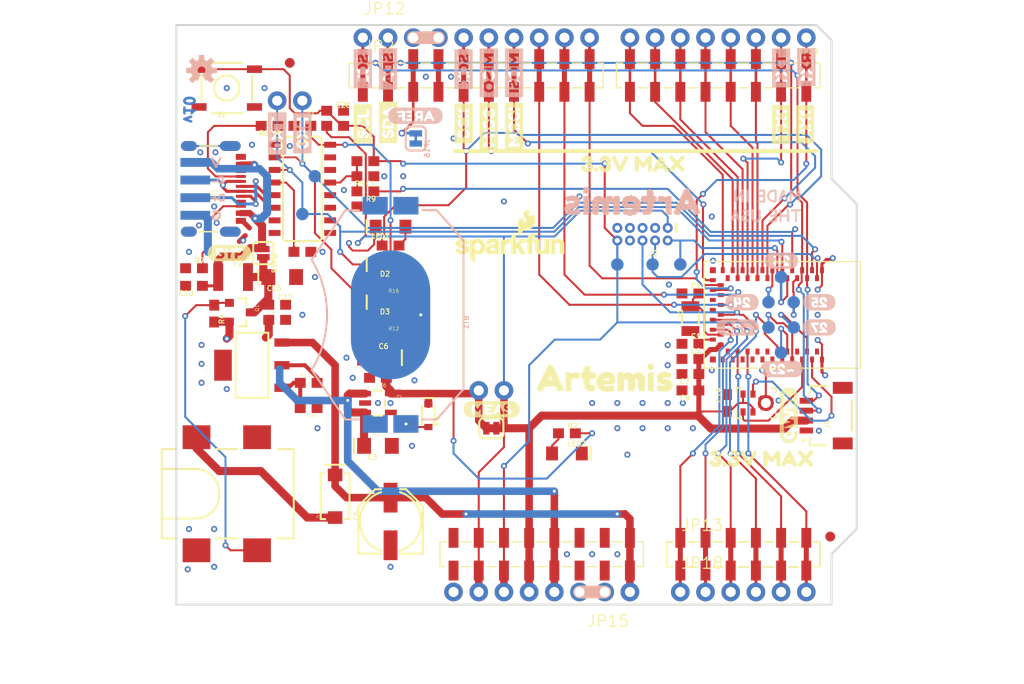
<source format=kicad_pcb>
(kicad_pcb (version 20211014) (generator pcbnew)
  (layers (0 "F.Cu" signal) (31 "B.Cu" signal) (34 "B.Paste" user) (35 "F.Paste" user) (36 "B.SilkS" user "B.Silkscreen") (37 "F.SilkS" user "F.Silkscreen") (38 "B.Mask" user) (39 "F.Mask" user) (44 "Edge.Cuts" user))
  (net 0 "")
  (net 1 "RXI-0")
  (net 2 "TXO-0")
  (net 3 "~{D11/MOSI}")
  (net 4 "~{D12/MISO}")
  (net 5 "~{D13/SCK}")
  (net 6 "5V")
  (net 7 "GND")
  (net 8 "3.3V")
  (net 9 "VIN")
  (net 10 "N$2")
  (net 11 "PWRIN")
  (net 12 "USBVCC")
  (net 13 "VUSB")
  (net 14 "N$1")
  (net 15 "N$15")
  (net 16 "INSERT")
  (net 17 "~{DTR}")
  (net 18 "N$5")
  (net 19 "N$9")
  (net 20 "SHLD")
  (net 21 "D-")
  (net 22 "D+")
  (net 23 "N$6")
  (net 24 "CC2")
  (net 25 "CC1")
  (net 26 "~{RESET}")
  (net 27 "~{D0/RXI-1}")
  (net 28 "~{D1/TXO-1}")
  (net 29 "D14/SDA")
  (net 30 "~{D15/SCL}")
  (net 31 "~{D19/A3}")
  (net 32 "SWDIO")
  (net 33 "SWDCK")
  (net 34 "PDMDATA")
  (net 35 "PDMCLK")
  (net 36 "BOOT")
  (net 37 "VDD")
  (net 38 "V_BATT")
  (net 39 "N$4")
  (net 40 "N$7")
  (net 41 "N$8")
  (net 42 "~{D16/A0}")
  (net 43 "~{D17/A1}")
  (net 44 "D18/A2")
  (net 45 "~{D2/A6}")
  (net 46 "~{D3}")
  (net 47 "~{D4}")
  (net 48 "~{D5}")
  (net 49 "~{D6}")
  (net 50 "~{D7}")
  (net 51 "~{D8/A8}")
  (net 52 "~{D9/A9}")
  (net 53 "~{D10/A10}")
  (net 54 "~{D28}")
  (net 55 "~{D29}")
  (net 56 "D24")
  (net 57 "D25")
  (net 58 "D26")
  (net 59 "D27")
  (net 60 "N$10")
  (net 61 "~{D21/A5}")
  (net 62 "D20/A4")
  (footprint "boardEagle:0603" (layer "F.Cu") (at 126.9111 85.9536 180)
    (fp_text reference "C18")
    (fp_text value "0.1uF")
  )
  (footprint "boardEagle:0603" (layer "F.Cu") (at 166.0271 109.4486)
    (fp_text reference "C2")
    (fp_text value "0.1uF")
  )
  (footprint "boardEagle:LED-1206" (layer "F.Cu") (at 135.8011 103.7336 180)
    (fp_text reference "D3")
    (fp_text value "Yellow")
  )
  (footprint "boardEagle:SFE_LOGO_NAME_.1" (layer "F.Cu") (at 147.8661 98.2726)
    (fp_text reference "JP1" hide)
    (fp_text value "SFE_LOGO_NAME.1_INCH" hide)
  )
  (footprint "boardEagle:SDA0" (layer "F.Cu") (at 135.5471 88.2396 90)
    (fp_text reference "U$22" hide)
    (fp_text value "" hide)
  )
  (footprint "boardEagle:SFE_LOGO_FLAME_.1" (layer "F.Cu") (at 149.5171 95.7326)
    (fp_text reference "JP7" hide)
    (fp_text value "SFE_LOGO_FLAME.1_INCH" hide)
  )
  (footprint "boardEagle:STAND-OFF" (layer "F.Cu") (at 180.2511 96.1136)
    (fp_text reference "JP5" hide)
    (fp_text value "STAND-OFF" hide)
  )
  (footprint "boardEagle:RX11" (layer "F.Cu") (at 177.5841 88.2396 90)
    (fp_text reference "U$71" hide)
    (fp_text value "" hide)
  )
  (footprint "boardEagle:0603" (layer "F.Cu") (at 123.6091 85.9536 180)
    (fp_text reference "R8")
    (fp_text value "5.1k")
  )
  (footprint "boardEagle:0603" (layer "F.Cu") (at 169.7101 113.8936 90)
    (fp_text reference "C19")
    (fp_text value "0.1uF")
  )
  (footprint "boardEagle:0603" (layer "F.Cu") (at 127.5461 114.4016 180)
    (fp_text reference "R14")
    (fp_text value "715")
  )
  (footprint "boardEagle:0603" (layer "F.Cu") (at 124.3711 103.9876)
    (fp_text reference "C12")
    (fp_text value "0.1uF" hide)
  )
  (footprint "boardEagle:MOSI7" (layer "F.Cu") (at 148.2471 89.1286 90)
    (fp_text reference "U$48" hide)
    (fp_text value "" hide)
  )
  (footprint "boardEagle:0603" (layer "F.Cu") (at 135.8011 105.6386 180)
    (fp_text reference "R12")
    (fp_text value "4.7k")
  )
  (footprint "boardEagle:0603" (layer "F.Cu") (at 130.2131 84.4296)
    (fp_text reference "C28")
    (fp_text value "1nF")
  )
  (footprint "boardEagle:MISO8" (layer "F.Cu") (at 145.7071 89.1286 90)
    (fp_text reference "U$47" hide)
    (fp_text value "" hide)
  )
  (footprint "boardEagle:1X10_SMD_COMBINED" (layer "F.Cu") (at 133.0071 80.8736)
    (fp_text reference "JP2")
    (fp_text value "M10SMD_COMBO")
  )
  (footprint "boardEagle:3#3V_MAX2" (layer "F.Cu") (at 166.5351 119.4816)
    (fp_text reference "U$13" hide)
    (fp_text value "" hide)
  )
  (footprint "boardEagle:EIA3216" (layer "F.Cu") (at 124.8791 101.1936 180)
    (fp_text reference "C15")
    (fp_text value "10uF" hide)
  )
  (footprint "boardEagle:1X06_NO_SILK@1" (layer "F.Cu") (at 165.0111 132.9436)
    (fp_text reference "JP18")
    (fp_text value "")
  )
  (footprint "boardEagle:BYP0" (layer "F.Cu") (at 117.2591 98.7806)
    (fp_text reference "U$68" hide)
    (fp_text value "" hide)
  )
  (footprint "boardEagle:EIA3216" (layer "F.Cu") (at 134.5311 109.3216)
    (fp_text reference "C6")
    (fp_text value "10uF" hide)
  )
  (footprint "boardEagle:0603" (layer "F.Cu") (at 133.2611 89.5096)
    (fp_text reference "C8")
    (fp_text value "0.1uF")
  )
  (footprint "boardEagle:0603" (layer "F.Cu") (at 135.8011 98.0186)
    (fp_text reference "R1")
    (fp_text value "4.7k")
  )
  (footprint "boardEagle:0603" (layer "F.Cu") (at 126.9111 98.6536)
    (fp_text reference "C17")
    (fp_text value "10nF")
  )
  (footprint "boardEagle:STAND-OFF" (layer "F.Cu") (at 128.1811 129.1336)
    (fp_text reference "JP3" hide)
    (fp_text value "STAND-OFF" hide)
  )
  (footprint "boardEagle:0603" (layer "F.Cu") (at 127.5461 111.8616)
    (fp_text reference "R15")
    (fp_text value "240")
  )
  (footprint "boardEagle:1X08_NO_SILK" (layer "F.Cu") (at 177.7111 77.0636 180)
    (fp_text reference "JP19")
    (fp_text value "")
  )
  (footprint "boardEagle:TX10" (layer "F.Cu") (at 175.1711 88.3666 90)
    (fp_text reference "U$72" hide)
    (fp_text value "" hide)
  )
  (footprint "boardEagle:SMT-JUMPER_2_NC_TRACE_SILK" (layer "F.Cu") (at 145.9611 116.4336)
    (fp_text reference "JP17")
    (fp_text value "MEAS")
  )
  (footprint "boardEagle:1X08_SMD_COMBINED_NC" (layer "F.Cu") (at 159.9311 80.8736 180)
    (fp_text reference "JP11" hide)
    (fp_text value "JP11" hide)
  )
  (footprint "boardEagle:SOT23-5" (layer "F.Cu") (at 134.5311 113.8936 -90)
    (fp_text reference "U3")
    (fp_text value "AP2112-3.3V")
  )
  (footprint "boardEagle:2X5-PTH-1.27MM-NO_SILK" (layer "F.Cu") (at 161.2011 96.8756 180)
    (fp_text reference "J2")
    (fp_text value "CORTEX_DEBUG")
  )
  (footprint "boardEagle:MEAS3" (layer "F.Cu") (at 143.0401 114.5286)
    (fp_text reference "U$70" hide)
    (fp_text value "" hide)
  )
  (footprint "boardEagle:0603" (layer "F.Cu") (at 134.5311 111.3536 180)
    (fp_text reference "C16")
    (fp_text value "1.0uF")
  )
  (footprint "boardEagle:LED-1206" (layer "F.Cu") (at 153.5811 118.9736)
    (fp_text reference "LED2")
    (fp_text value "GREEN")
  )
  (footprint "boardEagle:0603" (layer "F.Cu") (at 115.9891 102.0826 180)
    (fp_text reference "C10")
    (fp_text value "0.1uF")
  )
  (footprint "boardEagle:ARTEMIS_FP" (layer "F.Cu") (at 174.7901 105.0036)
    (fp_text reference "U1" hide)
    (fp_text value "ARTEMIS_MODULESMD" hide)
  )
  (footprint "boardEagle:SCK9" (layer "F.Cu") (at 143.1671 88.2396 90)
    (fp_text reference "U$50" hide)
    (fp_text value "" hide)
  )
  (footprint "boardEagle:STAND-OFF" (layer "F.Cu") (at 180.2511 124.0536)
    (fp_text reference "JP4" hide)
    (fp_text value "STAND-OFF" hide)
  )
  (footprint "boardEagle:0603" (layer "F.Cu") (at 166.0271 110.9726 180)
    (fp_text reference "C7")
    (fp_text value "10uF")
  )
  (footprint "boardEagle:SMT-JUMPER_2_NO_SILK" (layer "F.Cu") (at 122.9741 98.7806 -90)
    (fp_text reference "BYP0")
    (fp_text value "")
  )
  (footprint "boardEagle:1X06_SMD_STRAIGHT_COMBO" (layer "F.Cu") (at 165.0111 129.1336)
    (fp_text reference "JP13")
    (fp_text value "")
  )
  (footprint "boardEagle:0603" (layer "F.Cu") (at 166.0271 102.8446)
    (fp_text reference "C11")
    (fp_text value "15pF")
  )
  (footprint "boardEagle:POWER_JACK_SMD_OVERPASTE_TOE" (layer "F.Cu") (at 116.2431 123.0376)
    (fp_text reference "J3" hide)
    (fp_text value "POWER_JACKTOE" hide)
  )
  (footprint "boardEagle:0603" (layer "F.Cu") (at 166.0271 107.9246)
    (fp_text reference "C13")
    (fp_text value "15pF")
  )
  (footprint "boardEagle:SPH0641LM4H-1_MICROPHONE" (layer "F.Cu") (at 172.6311 113.8936 90)
    (fp_text reference "E1")
    (fp_text value "SPH0641LM4H-1")
  )
  (footprint "boardEagle:EIA3216" (layer "F.Cu") (at 134.5311 118.2116 180)
    (fp_text reference "C3")
    (fp_text value "10uF")
  )
  (footprint "boardEagle:CREATIVE_COMMONS" (layer "F.Cu") (at 116.7511 141.8336)
    (fp_text reference "FRAME3" hide)
    (fp_text value "FRAME-LEDGER" hide)
  )
  (footprint "boardEagle:SCL1" (layer "F.Cu") (at 133.0071 88.2396 90)
    (fp_text reference "U$18" hide)
    (fp_text value "" hide)
  )
  (footprint "boardEagle:3#3V_MAX2" (layer "F.Cu") (at 153.5811 89.7636)
    (fp_text reference "U$67" hide)
    (fp_text value "" hide)
  )
  (footprint "boardEagle:SOT23-3" (layer "F.Cu") (at 120.5611 104.7496 -90)
    (fp_text reference "Q1")
    (fp_text value "2.5A/30V/105mΩ")
  )
  (footprint "boardEagle:LED-1206" (layer "F.Cu") (at 135.8011 99.9236 180)
    (fp_text reference "D2")
    (fp_text value "GREEN")
  )
  (footprint "boardEagle:SMA-DIODE" (layer "F.Cu") (at 130.2131 123.2916 90)
    (fp_text reference "D1")
    (fp_text value "1A/40V/500mV")
  )
  (footprint "boardEagle:ARTEMIS0" (layer "F.Cu") (at 148.2471 111.3536)
    (fp_text reference "U$14" hide)
    (fp_text value "" hide)
  )
  (footprint "boardEagle:TACTILE_SWITCH_SMD_5.2MM" (layer "F.Cu") (at 119.2911 82.1436 180)
    (fp_text reference "S1")
    (fp_text value "")
  )
  (footprint "boardEagle:0603" (layer "F.Cu") (at 166.0271 112.6236 180)
    (fp_text reference "C9")
    (fp_text value "1.0uF")
  )
  (footprint "boardEagle:SOD-323" (layer "F.Cu") (at 139.6111 115.1636 -90)
    (fp_text reference "D4")
    (fp_text value "3A/10V/280mV")
  )
  (footprint "boardEagle:0603" (layer "F.Cu") (at 130.2131 85.9536 180)
    (fp_text reference "R3")
    (fp_text value "100k")
  )
  (footprint "boardEagle:1X08_SMD_COMBINED_NC" (layer "F.Cu") (at 142.1511 129.1336 180)
    (fp_text reference "JP10" hide)
    (fp_text value "" hide)
  )
  (footprint "boardEagle:0603" (layer "F.Cu") (at 118.0211 104.8766 -90)
    (fp_text reference "R4")
    (fp_text value "10k")
  )
  (footprint "boardEagle:0603" (layer "F.Cu") (at 115.9891 100.3046)
    (fp_text reference "R7")
    (fp_text value "5.1k")
  )
  (footprint "boardEagle:FIDUCIAL-1X2" (layer "F.Cu") (at 180.1241 127.3556)
    (fp_text reference "JP8" hide)
    (fp_text value "FIDUCIAL1X2" hide)
  )
  (footprint "boardEagle:PANASONIC_D" (layer "F.Cu") (at 135.8011 125.8316 90)
    (fp_text reference "C5")
    (fp_text value "47uF")
  )
  (footprint "boardEagle:0603" (layer "F.Cu") (at 153.5811 116.9416)
    (fp_text reference "R2")
    (fp_text value "10k" hide)
  )
  (footprint "boardEagle:SO016" (layer "F.Cu") (at 126.9111 92.3036 -90)
    (fp_text reference "U5")
    (fp_text value "CH340C")
  )
  (footprint "boardEagle:STAND-OFF" (layer "F.Cu") (at 129.4511 80.8736)
    (fp_text reference "JP6" hide)
    (fp_text value "STAND-OFF" hide)
  )
  (footprint "boardEagle:1X02_NO_SILK" (layer "F.Cu") (at 126.9111 83.4136 180)
    (fp_text reference "J7")
    (fp_text value "")
  )
  (footprint "boardEagle:0603" (layer "F.Cu") (at 124.3711 105.5116)
    (fp_text reference "C4")
    (fp_text value "0.1uF")
  )
  (footprint "boardEagle:0603" (layer "F.Cu") (at 135.8011 101.8286 180)
    (fp_text reference "R16")
    (fp_text value "4.7k")
  )
  (footprint "boardEagle:0603" (layer "F.Cu") (at 133.2611 94.0816)
    (fp_text reference "R9")
    (fp_text value "220k")
  )
  (footprint "boardEagle:1X10_NO_SILK" (layer "F.Cu") (at 133.0071 77.0636)
    (fp_text reference "JP12")
    (fp_text value "M10NO_SILK")
  )
  (footprint "boardEagle:1X02_NO_SILK" (layer "F.Cu") (at 147.2311 112.6236 180)
    (fp_text reference "J1")
    (fp_text value "")
  )
  (footprint "boardEagle:FIDUCIAL-1X2" (layer "F.Cu") (at 125.6411 79.6036)
    (fp_text reference "JP9" hide)
    (fp_text value "FIDUCIAL1X2" hide)
  )
  (footprint "boardEagle:1210" (layer "F.Cu") (at 119.9261 101.1936)
    (fp_text reference "F2")
    (fp_text value "6V/2A" hide)
  )
  (footprint "boardEagle:LED-1206" (layer "F.Cu") (at 135.8011 96.1136 180)
    (fp_text reference "LED1")
    (fp_text value "BLUE")
  )
  (footprint "boardEagle:USB-C-16P" (layer "F.Cu") (at 120.5611 92.3036 -90)
    (fp_text reference "J5")
    (fp_text value "USB-C" hide)
  )
  (footprint "boardEagle:QWIIC_COPYRIGHT_SMALL" (layer "F.Cu") (at 175.9331 115.1636 90)
    (fp_text reference "U$9" hide)
    (fp_text value "" hide)
  )
  (footprint "boardEagle:0603" (layer "F.Cu") (at 133.2611 92.5576)
    (fp_text reference "C1")
    (fp_text value "0.1uF")
  )
  (footprint "boardEagle:JST04_1MM_RA" (layer "F.Cu") (at 177.7111 115.1636 90)
    (fp_text reference "J4")
    (fp_text value "")
  )
  (footprint "boardEagle:1X08_NO_SILK@1" (layer "F.Cu") (at 159.9311 132.9436 180)
    (fp_text reference "JP15")
    (fp_text value "")
  )
  (footprint "boardEagle:SOT223-ALT1" (layer "F.Cu") (at 121.8311 110.0836 90)
    (fp_text reference "IC3")
    (fp_text value "LM1117")
  )
  (footprint "boardEagle:CRYSTAL-SMD-3.2X1.5MM" (layer "F.Cu") (at 166.0271 105.3846 90)
    (fp_text reference "Y1")
    (fp_text value "32.768kHz")
  )
  (footprint "boardEagle:0603" (layer "F.Cu") (at 133.2611 91.0336 180)
    (fp_text reference "R5")
    (fp_text value " ")
  )
  (footprint "boardEagle:SCK9" (layer "B.Cu") (at 143.1671 77.6986 -90)
    (fp_text reference "U$26" hide)
    (fp_text value "" hide)
  )
  (footprint "boardEagle:MADEINUSA#PNG" (layer "B.Cu") (at 173.6471 94.0816 180)
    (fp_text reference "U$4" hide)
    (fp_text value "" hide)
  )
  (footprint "boardEagle:OSHW-LOGO-S" (layer "B.Cu") (at 116.7511 80.3656 180)
    (fp_text reference "U$16" hide)
    (fp_text value "OSHW-LOGOS" hide)
  )
  (footprint "boardEagle:PAD.03X.05" (layer "B.Cu") (at 173.9011 103.7336 180)
    (fp_text reference "TP12" hide)
    (fp_text value "" hide)
  )
  (footprint "boardEagle:TX10" (layer "B.Cu") (at 175.1711 77.5716 -90)
    (fp_text reference "U$29" hide)
    (fp_text value "" hide)
  )
  (footprint "boardEagle:D#4" (layer "B.Cu") (at 119.6721 91.4146 180)
    (fp_text reference "U$10" hide)
    (fp_text value "" hide)
  )
  (footprint "boardEagle:G1" (layer "B.Cu") (at 119.6721 94.9706 180)
    (fp_text reference "U$11" hide)
    (fp_text value "" hide)
  )
  (footprint "boardEagle:273" (layer "B.Cu") (at 180.7591 106.2736 180)
    (fp_text reference "U$25" hide)
    (fp_text value "" hide)
  )
  (footprint "boardEagle:240" (layer "B.Cu") (at 173.0121 103.7336 180)
    (fp_text reference "U$21" hide)
    (fp_text value "" hide)
  )
  (footprint "boardEagle:MISO8" (layer "B.Cu") (at 145.7071 77.5716 -90)
    (fp_text reference "U$27" hide)
    (fp_text value "" hide)
  )
  (footprint "boardEagle:BATTCON_20MM_4LEGS_OVERPASTE" (layer "B.Cu") (at 135.8011 105.0036 90)
    (fp_text reference "BT1")
    (fp_text value "CR2032")
  )
  (footprint "boardEagle:PAD.03X.05" (layer "B.Cu") (at 158.6611 99.9236 180)
    (fp_text reference "TP3" hide)
    (fp_text value "" hide)
  )
  (footprint "boardEagle:#284" (layer "B.Cu") (at 173.0121 106.2736 180)
    (fp_text reference "U$17" hide)
    (fp_text value "" hide)
  )
  (footprint "boardEagle:PAD.03X.05" (layer "B.Cu") (at 176.4411 103.7336 180)
    (fp_text reference "TP13" hide)
    (fp_text value "" hide)
  )
  (footprint "boardEagle:RX11" (layer "B.Cu") (at 177.7111 77.5716 -90)
    (fp_text reference "U$30" hide)
    (fp_text value "" hide)
  )
  (footprint "boardEagle:SMT-JUMPER_2_NC_TRACE_SILK" (layer "B.Cu") (at 138.3411 87.2236 90)
    (fp_text reference "JP16")
    (fp_text value "")
  )
  (footprint "boardEagle:PAD.03X.05" (layer "B.Cu") (at 126.9111 94.8436 90)
    (fp_text reference "TP6" hide)
    (fp_text value "TEST-POINT3X5" hide)
  )
  (footprint "boardEagle:PAD.03X.05" (layer "B.Cu") (at 176.4411 106.2736 180)
    (fp_text reference "TP11" hide)
    (fp_text value "" hide)
  )
  (footprint "boardEagle:PAD.03X.05" (layer "B.Cu") (at 173.9011 106.2736 -90)
    (fp_text reference "TP9" hide)
    (fp_text value "" hide)
  )
  (footprint "boardEagle:PAD.03X.05" (layer "B.Cu") (at 165.0111 99.9236 90)
    (fp_text reference "TP2" hide)
    (fp_text value "" hide)
  )
  (footprint "boardEagle:MOSI7" (layer "B.Cu") (at 148.2471 77.5716 -90)
    (fp_text reference "U$28" hide)
    (fp_text value "" hide)
  )
  (footprint "boardEagle:RX01" (layer "B.Cu") (at 126.9111 84.0486 -90)
    (fp_text reference "U$49" hide)
    (fp_text value "" hide)
  )
  (footprint "boardEagle:ARTEMIS0" (layer "B.Cu") (at 169.3291 93.5736 180)
    (fp_text reference "U$15" hide)
    (fp_text value "" hide)
  )
  (footprint "boardEagle:262" (layer "B.Cu") (at 176.9491 99.5426 180)
    (fp_text reference "U$24" hide)
    (fp_text value "" hide)
  )
  (footprint "boardEagle:PAD.03X.05" (layer "B.Cu") (at 175.1711 101.1936 180)
    (fp_text reference "TP14" hide)
    (fp_text value "" hide)
  )
  (footprint "boardEagle:SCL1" (layer "B.Cu") (at 133.0071 77.6986 -90)
    (fp_text reference "U$1" hide)
    (fp_text value "" hide)
  )
  (footprint "boardEagle:D#3" (layer "B.Cu") (at 119.7991 93.1926 180)
    (fp_text reference "U$2" hide)
    (fp_text value "" hide)
  )
  (footprint "boardEagle:SDA0" (layer "B.Cu") (at 135.5471 77.5716 -90)
    (fp_text reference "U$3" hide)
    (fp_text value "" hide)
  )
  (footprint "boardEagle:V0" (layer "B.Cu") (at 119.6721 89.6366 180)
    (fp_text reference "U$12" hide)
    (fp_text value "" hide)
  )
  (footprint "boardEagle:#295" (layer "B.Cu") (at 177.4571 110.4646 180)
    (fp_text reference "U$19" hide)
    (fp_text value "" hide)
  )
  (footprint "boardEagle:PAD.03X.05" (layer "B.Cu") (at 128.1811 91.0336 90)
    (fp_text reference "TP5" hide)
    (fp_text value "TEST-POINT3X5" hide)
  )
  (footprint "boardEagle:251" (layer "B.Cu") (at 180.7591 103.7336 180)
    (fp_text reference "U$23" hide)
    (fp_text value "" hide)
  )
  (footprint "boardEagle:PAD.03X.05" (layer "B.Cu") (at 175.1711 108.8136 -90)
    (fp_text reference "TP8" hide)
    (fp_text value "" hide)
  )
  (footprint "boardEagle:AREF2" (layer "B.Cu") (at 141.1351 84.9376 180)
    (fp_text reference "U$20" hide)
    (fp_text value "" hide)
  )
  (footprint "boardEagle:DUMMY" (layer "B.Cu") (at 151.0411 110.0836 -90)
    (fp_text reference "FRAME2" hide)
    (fp_text value "FRAME-LETTERNO_PACKAGE" hide)
  )
  (footprint "boardEagle:USB-SOLDER-PADS" (layer "B.Cu") (at 116.1161 92.3036 180)
    (fp_text reference "JP14" hide)
    (fp_text value "USB_SOLDER_PADS" hide)
  )
  (footprint "boardEagle:TX00" (layer "B.Cu") (at 124.3711 84.0486 -90)
    (fp_text reference "U$53" hide)
    (fp_text value "" hide)
  )
  (footprint "boardEagle:PAD.03X.05" (layer "B.Cu") (at 162.2171 99.9236 90)
    (fp_text reference "TP1" hide)
    (fp_text value "" hide)
  )
  (gr_line (start 140.6271 77.0636) (end 138.0871 77.0636) (layer "B.SilkS") (width 1.27))
  (gr_line (start 157.3911 132.9436) (end 154.8511 132.9436) (layer "B.SilkS") (width 1.27))
  (gr_line (start 138.0871 77.0636) (end 140.6271 77.0636) (layer "F.SilkS") (width 1.27))
  (gr_line (start 142.2781 88.4936) (end 178.7271 88.4936) (layer "F.SilkS") (width 0.381))
  (gr_line (start 154.8511 132.9436) (end 157.3911 132.9436) (layer "F.SilkS") (width 1.27))
  (gr_line (start 180.2511 77.3176) (end 180.2511 91.2876) (layer "Edge.Cuts") (width 0.2032))
  (gr_line (start 180.2511 91.2876) (end 182.7911 93.8276) (layer "Edge.Cuts") (width 0.2032))
  (gr_line (start 182.7911 126.5936) (end 180.2511 129.1336) (layer "Edge.Cuts") (width 0.2032))
  (gr_line (start 182.7911 93.8276) (end 182.7911 126.5936) (layer "Edge.Cuts") (width 0.2032))
  (gr_line (start 114.2111 75.7936) (end 178.7271 75.7936) (layer "Edge.Cuts") (width 0.2032))
  (gr_line (start 180.2511 134.2136) (end 114.2111 134.2136) (layer "Edge.Cuts") (width 0.2032))
  (gr_line (start 178.7271 75.7936) (end 180.2511 77.3176) (layer "Edge.Cuts") (width 0.2032))
  (gr_line (start 114.2111 134.2136) (end 114.2111 75.7936) (layer "Edge.Cuts") (width 0.2032))
  (gr_line (start 180.2511 129.1336) (end 180.2511 134.2136) (layer "Edge.Cuts") (width 0.2032))
  (gr_text "v10" (at 115.4811 84.3026 -90) (layer "B.Cu") (effects (font (size 1.016 1.016) (thickness 0.254)) (justify mirror)))
  (segment (start 178.2901 98.7096) (end 178.6001 98.3996) (width 0.2032) (layer "F.Cu") (net 1))
  (segment (start 124.1111 89.1286) (end 126.2761 89.1286) (width 0.1778) (layer "F.Cu") (net 1))
  (segment (start 133.2611 103.7336) (end 134.3011 103.7336) (width 0.2032) (layer "F.Cu") (net 1))
  (segment (start 129.8351 100.3076) (end 133.2611 103.7336) (width 0.2032) (layer "F.Cu") (net 1))
  (segment (start 128.1811 96.775388) (end 129.8351 98.429388) (width 0.2032) (layer "F.Cu") (net 1))
  (segment (start 178.2901 100.5036) (end 178.2901 98.7096) (width 0.2032) (layer "F.Cu") (net 1))
  (segment (start 126.9111 89.7636) (end 128.1811 91.0336) (width 0.2032) (layer "F.Cu") (net 1))
  (segment (start 126.2761 89.1286) (end 126.9111 89.7636) (width 0.1778) (layer "F.Cu") (net 1))
  (segment (start 129.8351 98.429388) (end 129.8351 100.3076) (width 0.2032) (layer "F.Cu") (net 1))
  (segment (start 128.1811 91.0336) (end 128.1811 96.775388) (width 0.2032) (layer "F.Cu") (net 1))
  (via (at 178.6001 98.3996) (size 0.6096) (drill 0.3048) (layers "F.Cu" "B.Cu") (net 1))
  (via (at 126.9111 89.7636) (size 0.6096) (drill 0.3048) (layers "F.Cu" "B.Cu") (net 1))
  (segment (start 126.9111 83.4136) (end 126.9111 89.7636) (width 0.2032) (layer "B.Cu") (net 1))
  (segment (start 177.2031 97.0407) (end 167.9702 97.0407) (width 0.2032) (layer "B.Cu") (net 1))
  (segment (start 154.7241 93.7006) (end 152.1841 96.2406) (width 0.2032) (layer "B.Cu") (net 1))
  (segment (start 178.6001 98.3996) (end 177.2031 97.0026) (width 0.2032) (layer "B.Cu") (net 1))
  (segment (start 126.9111 89.7636) (end 128.1811 91.0336) (width 0.2032) (layer "B.Cu") (net 1))
  (segment (start 164.6301 93.7006) (end 154.7241 93.7006) (width 0.2032) (layer "B.Cu") (net 1))
  (segment (start 152.1841 96.2406) (end 133.3881 96.2406) (width 0.2032) (layer "B.Cu") (net 1))
  (segment (start 133.3881 96.2406) (end 128.1811 91.0336) (width 0.2032) (layer "B.Cu") (net 1))
  (segment (start 167.9702 97.0407) (end 164.6301 93.7006) (width 0.2032) (layer "B.Cu") (net 1))
  (segment (start 177.2031 97.0026) (end 177.2031 97.0407) (width 0.2032) (layer "B.Cu") (net 1))
  (segment (start 175.2092 97.6376) (end 175.2901 97.7185) (width 0.2032) (layer "F.Cu") (net 2))
  (segment (start 134.3011 99.9236) (end 131.9911 99.9236) (width 0.2032) (layer "F.Cu") (net 2))
  (segment (start 131.9911 99.9236) (end 130.7211 98.6536) (width 0.2032) (layer "F.Cu") (net 2))
  (segment (start 124.1111 90.3986) (end 125.6411 90.3986) (width 0.1778) (layer "F.Cu") (net 2))
  (segment (start 175.2901 97.7185) (end 175.2901 100.5036) (width 0.2032) (layer "F.Cu") (net 2))
  (via (at 125.6411 90.3986) (size 0.6096) (drill 0.3048) (layers "F.Cu" "B.Cu") (net 2))
  (via (at 175.2092 97.6376) (size 0.6096) (drill 0.3048) (layers "F.Cu" "B.Cu") (net 2))
  (via (at 130.7211 98.6536) (size 0.6096) (drill 0.3048) (layers "F.Cu" "B.Cu") (net 2))
  (segment (start 129.4511 94.8436) (end 130.7211 96.1136) (width 0.2032) (layer "B.Cu") (net 2))
  (segment (start 124.3711 83.4136) (end 124.3711 89.1286) (width 0.2032) (layer "B.Cu") (net 2))
  (segment (start 130.7211 96.1136) (end 130.7211 96.6216) (width 0.2032) (layer "B.Cu") (net 2))
  (segment (start 126.9111 94.8436) (end 129.4511 94.8436) (width 0.2032) (layer "B.Cu") (net 2))
  (segment (start 167.9372 97.5106) (end 164.56915 94.14255) (width 0.2032) (layer "B.Cu") (net 2))
  (segment (start 175.2092 97.6376) (end 175.0822 97.5106) (width 0.2032) (layer "B.Cu") (net 2))
  (segment (start 152.3111 96.6216) (end 130.7211 96.6216) (width 0.2032) (layer "B.Cu") (net 2))
  (segment (start 164.56915 94.14255) (end 154.79015 94.14255) (width 0.2032) (layer "B.Cu") (net 2))
  (segment (start 124.3711 89.1286) (end 125.6411 90.3986) (width 0.2032) (layer "B.Cu") (net 2))
  (segment (start 130.7211 96.6216) (end 130.7211 98.6536) (width 0.2032) (layer "B.Cu") (net 2))
  (segment (start 126.9111 91.6686) (end 126.9111 94.8436) (width 0.2032) (layer "B.Cu") (net 2))
  (segment (start 154.79015 94.14255) (end 152.3111 96.6216) (width 0.2032) (layer "B.Cu") (net 2))
  (segment (start 125.6411 90.3986) (end 126.9111 91.6686) (width 0.2032) (layer "B.Cu") (net 2))
  (segment (start 175.0822 97.5106) (end 167.9372 97.5106) (width 0.2032) (layer "B.Cu") (net 2))
  (segment (start 148.2471 79.2236) (end 148.2471 82.5236) (width 0.2032) (layer "F.Cu") (net 3))
  (segment (start 173.2901 100.5036) (end 173.2901 95.48595) (width 0.2032) (layer "F.Cu") (net 3))
  (segment (start 148.2471 79.2236) (end 148.2471 77.0636) (width 0.3048) (layer "F.Cu") (net 3))
  (segment (start 148.2471 82.5236) (end 148.2471 86.3346) (width 0.2032) (layer "F.Cu") (net 3))
  (segment (start 173.2901 95.48595) (end 175.514 93.26205) (width 0.2032) (layer "F.Cu") (net 3))
  (segment (start 148.2471 86.3346) (end 149.6441 87.7316) (width 0.2032) (layer "F.Cu") (net 3))
  (via (at 149.6441 87.7316) (size 0.6096) (drill 0.3048) (layers "F.Cu" "B.Cu") (net 3))
  (via (at 175.514 93.26205) (size 0.6096) (drill 0.3048) (layers "F.Cu" "B.Cu") (net 3))
  (segment (start 177.2031 87.6046) (end 149.7711 87.6046) (width 0.2032) (layer "B.Cu") (net 3))
  (segment (start 149.6441 87.7316) (end 149.7711 87.6046) (width 0.2032) (layer "B.Cu") (net 3))
  (segment (start 177.2031 87.6046) (end 178.6001 89.0016) (width 0.2032) (layer "B.Cu") (net 3))
  (segment (start 178.6001 89.0016) (end 178.6001 90.17595) (width 0.2032) (layer "B.Cu") (net 3))
  (segment (start 178.6001 90.17595) (end 175.514 93.26205) (width 0.2032) (layer "B.Cu") (net 3))
  (segment (start 167.6071 101.5036) (end 167.2971 101.1936) (width 0.2032) (layer "F.Cu") (net 4))
  (segment (start 167.2971 101.1936) (end 167.2971 94.0816) (width 0.2032) (layer "F.Cu") (net 4))
  (segment (start 167.338175 93.868675) (end 167.338175 94.040525) (width 0.2032) (layer "F.Cu") (net 4))
  (segment (start 145.7071 88.2396) (end 145.9611 88.4936) (width 0.2032) (layer "F.Cu") (net 4))
  (segment (start 145.7071 79.2236) (end 145.7071 77.0636) (width 0.3048) (layer "F.Cu") (net 4))
  (segment (start 168.2901 101.5036) (end 167.6071 101.5036) (width 0.2032) (layer "F.Cu") (net 4))
  (segment (start 145.7071 82.5236) (end 145.7071 88.2396) (width 0.2032) (layer "F.Cu") (net 4))
  (segment (start 145.7071 79.2236) (end 145.7071 82.5236) (width 0.2032) (layer "F.Cu") (net 4))
  (segment (start 167.338175 94.040525) (end 167.2971 94.0816) (width 0.2032) (layer "F.Cu") (net 4))
  (via (at 145.9611 88.4936) (size 0.6096) (drill 0.3048) (layers "F.Cu" "B.Cu") (net 4))
  (via (at 167.338175 93.868675) (size 0.6096) (drill 0.3048) (layers "F.Cu" "B.Cu") (net 4))
  (segment (start 167.338175 93.868675) (end 161.9631 88.4936) (width 0.2032) (layer "B.Cu") (net 4))
  (segment (start 145.9611 88.4936) (end 161.9631 88.4936) (width 0.2032) (layer "B.Cu") (net 4))
  (segment (start 134.9511 98.0186) (end 134.9511 97.122813) (width 0.2032) (layer "F.Cu") (net 5))
  (segment (start 136.3091 93.9546) (end 141.6431 93.9546) (width 0.2032) (layer "F.Cu") (net 5))
  (segment (start 175.93695 93.88725) (end 173.7901 96.0341) (width 0.2032) (layer "F.Cu") (net 5))
  (segment (start 141.6431 93.9546) (end 143.4211 92.1766) (width 0.2032) (layer "F.Cu") (net 5))
  (segment (start 143.1671 82.5236) (end 143.1671 88.2396) (width 0.2032) (layer "F.Cu") (net 5))
  (segment (start 143.1671 88.2396) (end 143.4211 88.4936) (width 0.2032) (layer "F.Cu") (net 5))
  (segment (start 143.1671 79.2236) (end 143.1671 77.0636) (width 0.3048) (layer "F.Cu") (net 5))
  (segment (start 135.1551 95.1086) (end 136.3091 93.9546) (width 0.2032) (layer "F.Cu") (net 5))
  (segment (start 143.4211 92.1766) (end 143.4211 88.4936) (width 0.2032) (layer "F.Cu") (net 5))
  (segment (start 143.1671 82.5236) (end 143.1671 79.2236) (width 0.254) (layer "F.Cu") (net 5))
  (segment (start 173.7901 101.3036) (end 173.7901 96.0341) (width 0.2032) (layer "F.Cu") (net 5))
  (segment (start 135.1551 96.918813) (end 135.1551 95.1086) (width 0.2032) (layer "F.Cu") (net 5))
  (segment (start 134.9511 97.122813) (end 135.1551 96.918813) (width 0.2032) (layer "F.Cu") (net 5))
  (segment (start 176.0742 93.88725) (end 175.93695 93.88725) (width 0.2032) (layer "F.Cu") (net 5))
  (via (at 143.4211 88.4936) (size 0.6096) (drill 0.3048) (layers "F.Cu" "B.Cu") (net 5))
  (via (at 176.0742 93.88725) (size 0.6096) (drill 0.3048) (layers "F.Cu" "B.Cu") (net 5))
  (segment (start 148.681768 86.868) (end 148.478568 86.6648) (width 0.2032) (layer "B.Cu") (net 5))
  (segment (start 177.137 93.1164) (end 179.2097 91.0437) (width 0.2032) (layer "B.Cu") (net 5))
  (segment (start 145.2499 86.6648) (end 143.4211 88.4936) (width 0.2032) (layer "B.Cu") (net 5))
  (segment (start 179.2097 88.3463) (end 177.7314 86.868) (width 0.2032) (layer "B.Cu") (net 5))
  (segment (start 176.0742 93.88725) (end 176.84505 93.1164) (width 0.2032) (layer "B.Cu") (net 5))
  (segment (start 179.2097 91.0437) (end 179.2097 88.3463) (width 0.2032) (layer "B.Cu") (net 5))
  (segment (start 177.7314 86.868) (end 148.681768 86.868) (width 0.2032) (layer "B.Cu") (net 5))
  (segment (start 176.84505 93.1164) (end 177.137 93.1164) (width 0.2032) (layer "B.Cu") (net 5))
  (segment (start 148.478568 86.6648) (end 145.2499 86.6648) (width 0.2032) (layer "B.Cu") (net 5))
  (segment (start 131.4831 114.5286) (end 131.4831 113.6396) (width 0.8128) (layer "F.Cu") (net 6))
  (segment (start 119.5611 105.6996) (end 118.0481 105.6996) (width 0.8128) (layer "F.Cu") (net 6))
  (segment (start 128.3961 111.3146) (end 127.1651 110.0836) (width 0.4064) (layer "F.Cu") (net 6))
  (segment (start 131.7981 114.8436) (end 131.4831 114.5286) (width 0.8128) (layer "F.Cu") (net 6))
  (segment (start 133.231 112.9436) (end 131.6711 112.9436) (width 0.8128) (layer "F.Cu") (net 6))
  (segment (start 131.6711 112.9436) (end 131.4831 113.1316) (width 0.8128) (layer "F.Cu") (net 6))
  (segment (start 119.5611 107.1346) (end 119.2911 107.4046) (width 0.8128) (layer "F.Cu") (net 6))
  (segment (start 123.5211 106.9966) (end 123.2281 107.2896) (width 0.8128) (layer "F.Cu") (net 6))
  (segment (start 152.3111 127.4836) (end 152.3111 122.7836) (width 0.762) (layer "F.Cu") (net 6))
  (segment (start 118.0481 105.6996) (end 118.0211 105.7266) (width 0.8128) (layer "F.Cu") (net 6))
  (segment (start 133.1311 118.2116) (end 133.1311 114.9435) (width 0.8128) (layer "F.Cu") (net 6))
  (segment (start 131.4831 113.1316) (end 131.4831 113.6396) (width 0.8128) (layer "F.Cu") (net 6))
  (segment (start 133.231 114.8436) (end 131.7981 114.8436) (width 0.8128) (layer "F.Cu") (net 6))
  (segment (start 127.1651 110.0836) (end 124.8511 110.0836) (width 0.4064) (layer "F.Cu") (net 6))
  (segment (start 123.5211 105.5116) (end 123.5211 106.9966) (width 0.8128) (layer "F.Cu") (net 6))
  (segment (start 128.3961 111.8616) (end 128.3961 111.3146) (width 0.4064) (layer "F.Cu") (net 6))
  (segment (start 152.3111 130.7836) (end 152.3111 132.9436) (width 0.762) (layer "F.Cu") (net 6))
  (segment (start 119.5611 105.6996) (end 119.5611 107.1346) (width 0.8128) (layer "F.Cu") (net 6))
  (segment (start 133.1311 114.9435) (end 133.231 114.8436) (width 0.508) (layer "F.Cu") (net 6))
  (segment (start 152.3111 130.7836) (end 152.3111 127.4836) (width 0.762) (layer "F.Cu") (net 6))
  (via (at 119.2911 112.4846) (size 0.6096) (drill 0.3048) (layers "F.Cu" "B.Cu") (net 6))
  (via (at 116.7511 108.0396) (size 0.6096) (drill 0.3048) (layers "F.Cu" "B.Cu") (net 6))
  (via (at 152.3111 122.7836) (size 0.6096) (drill 0.3048) (layers "F.Cu" "B.Cu") (net 6))
  (via (at 131.4831 113.6396) (size 0.6096) (drill 0.3048) (layers "F.Cu" "B.Cu") (net 6))
  (via (at 116.7511 111.8496) (size 0.6096) (drill 0.3048) (layers "F.Cu" "B.Cu") (net 6))
  (via (at 119.2911 107.4046) (size 0.6096) (drill 0.3048) (layers "F.Cu" "B.Cu") (net 6))
  (via (at 116.7511 109.9446) (size 0.6096) (drill 0.3048) (layers "F.Cu" "B.Cu") (net 6))
  (segment (start 134.5311 122.7836) (end 131.4831 119.7356) (width 0.762) (layer "B.Cu") (net 6))
  (segment (start 126.4031 113.6396) (end 124.6251 111.8616) (width 0.762) (layer "B.Cu") (net 6))
  (segment (start 152.3111 122.7836) (end 134.5311 122.7836) (width 0.762) (layer "B.Cu") (net 6))
  (segment (start 131.4831 119.7356) (end 131.4831 113.6396) (width 0.762) (layer "B.Cu") (net 6))
  (segment (start 124.6251 111.8616) (end 124.6251 110.4646) (width 0.762) (layer "B.Cu") (net 6))
  (segment (start 131.4831 113.6396) (end 126.4031 113.6396) (width 0.762) (layer "B.Cu") (net 6))
  (segment (start 173.6311 113.2396) (end 173.6311 110.9566) (width 0.2032) (layer "F.Cu") (net 7))
  (segment (start 131.6101 98.1456) (end 131.6101 97.7646) (width 0.2032) (layer "F.Cu") (net 7))
  (segment (start 179.2901 110.7736) (end 179.6161 111.0996) (width 0.3048) (layer "F.Cu") (net 7))
  (segment (start 134.1471 97.8946) (end 133.5151 98.5266) (width 0.2032) (layer "F.Cu") (net 7))
  (segment (start 134.3011 96.1136) (end 134.3011 97.259388) (width 0.2032) (layer "F.Cu") (net 7))
  (segment (start 179.2901 100.5036) (end 179.2901 102.0276) (width 0.2032) (layer "F.Cu") (net 7))
  (segment (start 179.7431 99.4156) (end 180.2511 99.4156) (width 0.3048) (layer "F.Cu") (net 7))
  (segment (start 179.2901 109.5036) (end 179.2901 110.7736) (width 0.3048) (layer "F.Cu") (net 7))
  (segment (start 131.9911 98.5266) (end 131.6101 98.1456) (width 0.2032) (layer "F.Cu") (net 7))
  (segment (start 134.1471 97.413388) (end 134.1471 97.8946) (width 0.2032) (layer "F.Cu") (net 7))
  (segment (start 134.3011 97.259388) (end 134.1471 97.413388) (width 0.2032) (layer "F.Cu") (net 7))
  (segment (start 179.2901 107.9796) (end 179.2901 109.5036) (width 0.2032) (layer "F.Cu") (net 7))
  (segment (start 179.2901 99.8686) (end 179.7431 99.4156) (width 0.3048) (layer "F.Cu") (net 7))
  (segment (start 173.6311 113.2436) (end 173.1541 113.2436) (width 0.2032) (layer "F.Cu") (net 7))
  (segment (start 172.9771 113.4206) (end 172.9771 113.8976) (width 0.2032) (layer "F.Cu") (net 7))
  (segment (start 172.9811 113.8936) (end 172.9771 113.8976) (width 0.2032) (layer "F.Cu") (net 7))
  (segment (start 173.6311 113.2436) (end 173.6311 113.2396) (width 0.2032) (layer "F.Cu") (net 7))
  (segment (start 179.2901 100.5036) (end 179.2901 99.8686) (width 0.3048) (layer "F.Cu") (net 7))
  (segment (start 178.8541 107.5436) (end 179.2901 107.9796) (width 0.2032) (layer "F.Cu") (net 7))
  (segment (start 173.1541 113.2436) (end 172.9771 113.4206) (width 0.2032) (layer "F.Cu") (net 7))
  (segment (start 172.9771 113.8976) (end 172.9771 114.2396) (width 0.2032) (layer "F.Cu") (net 7))
  (segment (start 173.6311 110.9566) (end 173.2661 110.5916) (width 0.2032) (layer "F.Cu") (net 7))
  (segment (start 180.2511 99.4156) (end 180.3781 99.2886) (width 0.3048) (layer "F.Cu") (net 7))
  (segment (start 174.2811 113.5116) (end 174.0091 113.2396) (width 0.2032) (layer "F.Cu") (net 7))
  (segment (start 173.6311 114.5436) (end 173.2811 114.5436) (width 0.2032) (layer "F.Cu") (net 7))
  (segment (start 174.0091 113.2396) (end 173.6311 113.2396) (width 0.2032) (layer "F.Cu") (net 7))
  (segment (start 133.5151 98.5266) (end 131.9911 98.5266) (width 0.2032) (layer "F.Cu") (net 7))
  (segment (start 174.2811 113.8936) (end 174.2811 113.5116) (width 0.2032) (layer "F.Cu") (net 7))
  (segment (start 121.1533 97.020088) (end 120.5611 97.612288) (width 0.508) (layer "F.Cu") (net 7))
  (segment (start 120.8651 95.5286) (end 121.5771 96.2406) (width 0.508) (layer "F.Cu") (net 7))
  (segment (start 172.9771 114.2396) (end 173.2811 114.5436) (width 0.2032) (layer "F.Cu") (net 7))
  (segment (start 179.2901 102.0276) (end 178.8541 102.4636) (width 0.2032) (layer "F.Cu") (net 7))
  (via (at 163.7411 116.4336) (size 0.6096) (drill 0.3048) (layers "F.Cu" "B.Cu") (net 7))
  (via (at 165.2651 113.8936) (size 0.6096) (drill 0.3048) (layers "F.Cu" "B.Cu") (net 7))
  (via (at 153.5811 129.1336) (size 0.6096) (drill 0.3048) (layers "F.Cu" "B.Cu") (net 7))
  (via (at 131.3561 109.3216) (size 0.6096) (drill 0.3048) (layers "F.Cu" "B.Cu") (net 7))
  (via (at 135.1661 91.0336) (size 0.6096) (drill 0.3048) (layers "F.Cu" "B.Cu") (net 7))
  (via (at 158.6611 116.4336) (size 0.6096) (drill 0.3048) (layers "F.Cu" "B.Cu") (net 7))
  (via (at 138.2141 111.6076) (size 0.6096) (drill 0.3048) (layers "F.Cu" "B.Cu") (net 7))
  (via (at 120.9421 97.5106) (size 0.6096) (drill 0.3048) (layers "F.Cu" "B.Cu") (net 7))
  (via (at 178.8541 107.5436) (size 0.6096) (drill 0.3048) (layers "F.Cu" "B.Cu") (net 7))
  (via (at 128.4351 116.4336) (size 0.6096) (drill 0.3048) (layers "F.Cu" "B.Cu") (net 7))
  (via (at 178.9811 116.6876) (size 0.6096) (drill 0.3048) (layers "F.Cu" "B.Cu") (net 7))
  (via (at 166.2811 116.4336) (size 0.6096) (drill 0.3048) (layers "F.Cu" "B.Cu") (net 7))
  (via (at 159.6771 119.1006) (size 0.6096) (drill 0.3048) (layers "F.Cu" "B.Cu") (net 7))
  (via (at 168.3131 99.5426) (size 0.6096) (drill 0.3048) (layers "F.Cu" "B.Cu") (net 7))
  (via (at 161.2011 113.8936) (size 0.6096) (drill 0.3048) (layers "F.Cu" "B.Cu") (net 7))
  (via (at 154.8511 93.0656) (size 0.6096) (drill 0.3048) (layers "F.Cu" "B.Cu") (net 7))
  (via (at 179.6161 111.0996) (size 0.6096) (drill 0.3048) (layers "F.Cu" "B.Cu") (net 7))
  (via (at 137.0711 91.0336) (size 0.6096) (drill 0.3048) (layers "F.Cu" "B.Cu") (net 7))
  (via (at 135.8011 113.8936) (size 0.6096) (drill 0.3048) (layers "F.Cu" "B.Cu") (net 7))
  (via (at 156.1211 113.8936) (size 0.6096) (drill 0.3048) (layers "F.Cu" "B.Cu") (net 7))
  (via (at 163.8681 101.9556) (size 0.6096) (drill 0.3048) (layers "F.Cu" "B.Cu") (net 7))
  (via (at 119.2911 82.1436) (size 0.6096) (drill 0.3048) (layers "F.Cu" "B.Cu") (net 7))
  (via (at 128.9431 98.6536) (size 0.6096) (drill 0.3048) (layers "F.Cu" "B.Cu") (net 7))
  (via (at 118.0211 130.4036) (size 0.6096) (drill 0.3048) (layers "F.Cu" "B.Cu") (net 7))
  (via (at 178.8541 105.0036) (size 0.6096) (drill 0.3048) (layers "F.Cu" "B.Cu") (net 7))
  (via (at 128.1811 101.1936) (size 0.6096) (drill 0.3048) (layers "F.Cu" "B.Cu") (net 7))
  (via (at 158.6611 129.1336) (size 0.6096) (drill 0.3048) (layers "F.Cu" "B.Cu") (net 7))
  (via (at 115.4811 126.5936) (size 0.6096) (drill 0.3048) (layers "F.Cu" "B.Cu") (net 7))
  (via (at 139.3571 81.0006) (size 0.6096) (drill 0.3048) (layers "F.Cu" "B.Cu") (net 7))
  (via (at 126.9111 105.0036) (size 0.6096) (drill 0.3048) (layers "F.Cu" "B.Cu") (net 7))
  (via (at 131.6101 97.7646) (size 0.6096) (drill 0.3048) (layers "F.Cu" "B.Cu") (net 7))
  (via (at 156.1211 129.1336) (size 0.6096) (drill 0.3048) (layers "F.Cu" "B.Cu") (net 7))
  (via (at 141.8971 81.0006) (size 0.6096) (drill 0.3048) (layers "F.Cu" "B.Cu") (net 7))
  (via (at 173.2661 110.5916) (size 0.6096) (drill 0.3048) (layers "F.Cu" "B.Cu") (net 7))
  (via (at 178.8541 102.4636) (size 0.6096) (drill 0.3048) (layers "F.Cu" "B.Cu") (net 7))
  (via (at 121.8311 87.8586) (size 0.6096) (drill 0.3048) (layers "F.Cu" "B.Cu") (net 7))
  (via (at 180.3781 99.2886) (size 0.6096) (drill 0.3048) (layers "F.Cu" "B.Cu") (net 7))
  (via (at 131.9911 111.3536) (size 0.6096) (drill 0.3048) (layers "F.Cu" "B.Cu") (net 7))
  (via (at 125.6411 87.9856) (size 0.6096) (drill 0.3048) (layers "F.Cu" "B.Cu") (net 7))
  (via (at 135.8011 130.4036) (size 0.6096) (drill 0.3048) (layers "F.Cu" "B.Cu") (net 7))
  (via (at 163.7411 108.0516) (size 0.6096) (drill 0.3048) (layers "F.Cu" "B.Cu") (net 7))
  (via (at 163.7411 110.0836) (size 0.6096) (drill 0.3048) (layers "F.Cu" "B.Cu") (net 7))
  (via (at 118.0211 126.5936) (size 0.6096) (drill 0.3048) (layers "F.Cu" "B.Cu") (net 7))
  (via (at 137.9601 118.2116) (size 0.6096) (drill 0.3048) (layers "F.Cu" "B.Cu") (net 7))
  (via (at 134.5311 113.8936) (size 0.6096) (drill 0.3048) (layers "F.Cu" "B.Cu") (net 7))
  (via (at 168.1861 95.0976) (size 0.6096) (drill 0.3048) (layers "F.Cu" "B.Cu") (net 7))
  (via (at 131.1021 92.4306) (size 0.6096) (drill 0.3048) (layers "F.Cu" "B.Cu") (net 7))
  (via (at 174.9171 113.6396) (size 0.6096) (drill 0.3048) (layers "F.Cu" "B.Cu") (net 7))
  (via (at 115.4811 98.6536) (size 0.6096) (drill 0.3048) (layers "F.Cu" "B.Cu") (net 7))
  (via (at 142.1511 87.2236) (size 0.6096) (drill 0.3048) (layers "F.Cu" "B.Cu") (net 7))
  (via (at 115.3541 130.6576) (size 0.6096) (drill 0.3048) (layers "F.Cu" "B.Cu") (net 7))
  (via (at 168.1861 110.5916) (size 0.6096) (drill 0.3048) (layers "F.Cu" "B.Cu") (net 7))
  (via (at 163.7411 113.8936) (size 0.6096) (drill 0.3048) (layers "F.Cu" "B.Cu") (net 7))
  (via (at 161.2011 116.4336) (size 0.6096) (drill 0.3048) (layers "F.Cu" "B.Cu") (net 7))
  (via (at 138.8491 105.0036) (size 0.6096) (drill 0.3048) (layers "F.Cu" "B.Cu") (net 7))
  (via (at 147.2311 93.5736) (size 0.6096) (drill 0.3048) (layers "F.Cu" "B.Cu") (net 7))
  (via (at 123.1011 82.1436) (size 0.6096) (drill 0.3048) (layers "F.Cu" "B.Cu") (net 7))
  (via (at 158.6611 113.8936) (size 0.6096) (drill 0.3048) (layers "F.Cu" "B.Cu") (net 7))
  (segment (start 117.3861 95.3516) (end 117.3861 98.6536) (width 0.8128) (layer "B.Cu") (net 7))
  (segment (start 117.0051 94.9706) (end 117.3861 95.3516) (width 0.8128) (layer "B.Cu") (net 7))
  (segment (start 116.1161 94.9706) (end 117.0051 94.9706) (width 0.8128) (layer "B.Cu") (net 7))
  (segment (start 135.8011 112.9135) (end 135.8312 112.9436) (width 0.508) (layer "F.Cu") (net 8))
  (segment (start 134.9511 106.4396) (end 134.9511 105.6386) (width 0.2032) (layer "F.Cu") (net 8))
  (segment (start 129.7111 87.8586) (end 131.2291 87.8586) (width 0.2032) (layer "F.Cu") (net 8))
  (segment (start 136.7561 112.9436) (end 139.6111 112.9436) (width 0.762) (layer "F.Cu") (net 8))
  (segment (start 135.3811 112.2036) (end 135.8011 112.6236) (width 0.8128) (layer "F.Cu") (net 8))
  (segment (start 127.7611 85.9536) (end 127.7611 87.0576) (width 0.2032) (layer "F.Cu") (net 8))
  (segment (start 135.9311 107.4196) (end 134.9511 106.4396) (width 0.2032) (layer "F.Cu") (net 8))
  (segment (start 135.8312 112.9436) (end 136.7561 112.9436) (width 0.8128) (layer "F.Cu") (net 8))
  (segment (start 144.6911 112.6236) (end 144.6911 113.1316) (width 0.762) (layer "F.Cu") (net 8))
  (segment (start 128.5621 87.8586) (end 129.7111 87.8586) (width 0.2032) (layer "F.Cu") (net 8))
  (segment (start 144.6911 115.6716) (end 144.6911 112.6236) (width 0.762) (layer "F.Cu") (net 8))
  (segment (start 135.9311 109.3216) (end 135.9311 107.4196) (width 0.2032) (layer "F.Cu") (net 8))
  (segment (start 134.9511 104.9646) (end 135.2931 104.6226) (width 0.2032) (layer "F.Cu") (net 8))
  (segment (start 134.9511 105.6386) (end 134.9511 104.9646) (width 0.2032) (layer "F.Cu") (net 8))
  (segment (start 134.9511 101.1546) (end 134.9511 101.8286) (width 0.2032) (layer "F.Cu") (net 8))
  (segment (start 142.1511 117.7036) (end 142.1511 113.0706) (width 0.2032) (layer "F.Cu") (net 8))
  (segment (start 135.8011 112.6236) (end 135.8011 112.9135) (width 0.8128) (layer "F.Cu") (net 8))
  (segment (start 142.1511 113.0706) (end 142.0241 112.9436) (width 0.2032) (layer "F.Cu") (net 8))
  (segment (start 145.4531 116.4336) (end 145.1991 116.4336) (width 0.2032) (layer "F.Cu") (net 8))
  (segment (start 127.7611 87.0576) (end 128.5621 87.8586) (width 0.2032) (layer "F.Cu") (net 8))
  (segment (start 134.9511 102.3756) (end 134.9511 101.8286) (width 0.2032) (layer "F.Cu") (net 8))
  (segment (start 154.4311 116.9416) (end 156.1211 116.9416) (width 0.2032) (layer "F.Cu") (net 8))
  (segment (start 135.2931 102.7176) (end 134.9511 102.3756) (width 0.2032) (layer "F.Cu") (net 8))
  (segment (start 135.2931 104.6226) (end 135.2931 102.7176) (width 0.2032) (layer "F.Cu") (net 8))
  (segment (start 142.0241 112.9436) (end 144.3711 112.9436) (width 0.762) (layer "F.Cu") (net 8))
  (segment (start 135.9311 110.4616) (end 135.3811 111.0116) (width 0.8128) (layer "F.Cu") (net 8))
  (segment (start 135.3811 111.3536) (end 135.3811 112.2036) (width 0.8128) (layer "F.Cu") (net 8))
  (segment (start 135.8011 100.3046) (end 134.9511 101.1546) (width 0.2032) (layer "F.Cu") (net 8))
  (segment (start 135.8011 95.4786) (end 135.8011 100.3046) (width 0.2032) (layer "F.Cu") (net 8))
  (segment (start 144.3711 112.9436) (end 144.6911 112.6236) (width 0.762) (layer "F.Cu") (net 8))
  (segment (start 135.3811 111.3536) (end 135.3811 111.0116) (width 0.8128) (layer "F.Cu") (net 8))
  (segment (start 135.9311 109.3216) (end 135.9311 110.4616) (width 0.8128) (layer "F.Cu") (net 8))
  (segment (start 139.6111 114.0136) (end 139.6111 112.9436) (width 0.762) (layer "F.Cu") (net 8))
  (segment (start 145.4531 116.4336) (end 144.6911 115.6716) (width 0.762) (layer "F.Cu") (net 8))
  (segment (start 139.6111 112.9436) (end 142.0241 112.9436) (width 0.762) (layer "F.Cu") (net 8))
  (via (at 131.2291 87.8586) (size 0.6096) (drill 0.3048) (layers "F.Cu" "B.Cu") (net 8))
  (via (at 156.1211 116.9416) (size 0.6096) (drill 0.3048) (layers "F.Cu" "B.Cu") (net 8))
  (via (at 142.1511 117.7036) (size 0.6096) (drill 0.3048) (layers "F.Cu" "B.Cu") (net 8))
  (via (at 135.8011 95.4786) (size 0.6096) (drill 0.3048) (layers "F.Cu" "B.Cu") (net 8))
  (segment (start 142.1511 118.9736) (end 142.1511 117.7036) (width 0.2032) (layer "B.Cu") (net 8))
  (segment (start 133.8961 87.8586) (end 131.2291 87.8586) (width 0.2032) (layer "B.Cu") (net 8))
  (segment (start 135.8011 89.7636) (end 135.8011 95.4786) (width 0.2032) (layer "B.Cu") (net 8))
  (segment (start 144.6911 121.5136) (end 142.1511 118.9736) (width 0.2032) (layer "B.Cu") (net 8))
  (segment (start 133.8961 87.8586) (end 135.8011 89.7636) (width 0.2032) (layer "B.Cu") (net 8))
  (segment (start 151.5491 121.5136) (end 144.6911 121.5136) (width 0.2032) (layer "B.Cu") (net 8))
  (segment (start 156.1211 116.9416) (end 151.5491 121.5136) (width 0.2032) (layer "B.Cu") (net 8))
  (segment (start 135.8011 123.4316) (end 131.3691 123.4316) (width 0.762) (layer "F.Cu") (net 9))
  (segment (start 159.9311 127.4836) (end 159.9311 125.5776) (width 0.762) (layer "F.Cu") (net 9))
  (segment (start 139.3521 123.4316) (end 141.0031 125.0826) (width 0.762) (layer "F.Cu") (net 9))
  (segment (start 135.8011 123.4316) (end 139.3521 123.4316) (width 0.762) (layer "F.Cu") (net 9))
  (segment (start 159.4101 125.0826) (end 158.6481 125.0826) (width 0.762) (layer "F.Cu") (net 9))
  (segment (start 131.3691 123.4316) (end 130.2131 122.2756) (width 0.762) (layer "F.Cu") (net 9))
  (segment (start 141.0031 125.0826) (end 143.4081 125.0826) (width 0.762) (layer "F.Cu") (net 9))
  (segment (start 130.2131 110.0786) (end 127.9296 107.7951) (width 0.762) (layer "F.Cu") (net 9))
  (segment (start 130.2131 121.1416) (end 130.2131 110.0786) (width 0.762) (layer "F.Cu") (net 9))
  (segment (start 159.9311 125.5776) (end 159.4231 125.0696) (width 0.762) (layer "F.Cu") (net 9))
  (segment (start 159.9311 130.7836) (end 159.9311 127.4836) (width 0.762) (layer "F.Cu") (net 9))
  (segment (start 159.4231 125.0696) (end 159.4101 125.0826) (width 0.762) (layer "F.Cu") (net 9))
  (segment (start 159.9311 130.7836) (end 159.9311 132.9436) (width 0.762) (layer "F.Cu") (net 9))
  (segment (start 130.2131 122.2756) (end 130.2131 121.1416) (width 0.762) (layer "F.Cu") (net 9))
  (segment (start 124.8511 107.7951) (end 127.9296 107.7951) (width 0.762) (layer "F.Cu") (net 9))
  (via (at 158.6481 125.0826) (size 0.6096) (drill 0.3048) (layers "F.Cu" "B.Cu") (net 9))
  (via (at 143.4081 125.0826) (size 0.6096) (drill 0.3048) (layers "F.Cu" "B.Cu") (net 9))
  (segment (start 143.4081 125.0826) (end 158.6481 125.0826) (width 0.762) (layer "B.Cu") (net 9))
  (segment (start 152.7311 116.9416) (end 152.7311 117.5376) (width 0.2032) (layer "F.Cu") (net 10))
  (segment (start 152.0811 118.1876) (end 152.0811 118.9736) (width 0.2032) (layer "F.Cu") (net 10))
  (segment (start 152.7311 117.5376) (end 152.0811 118.1876) (width 0.2032) (layer "F.Cu") (net 10))
  (segment (start 122.7201 120.7516) (end 118.5291 120.7516) (width 0.8128) (layer "F.Cu") (net 11))
  (segment (start 127.4101 125.4416) (end 122.7201 120.7516) (width 0.8128) (layer "F.Cu") (net 11))
  (segment (start 130.2131 125.4416) (end 127.4101 125.4416) (width 0.8128) (layer "F.Cu") (net 11))
  (segment (start 116.2431 117.3376) (end 116.2431 118.4656) (width 0.8128) (layer "F.Cu") (net 11))
  (segment (start 116.2431 118.4656) (end 118.5291 120.7516) (width 0.8128) (layer "F.Cu") (net 11))
  (segment (start 122.9741 99.3902) (end 122.9741 100.6886) (width 0.8128) (layer "F.Cu") (net 12))
  (segment (start 123.4791 101.1936) (end 122.9741 100.6886) (width 0.8128) (layer "F.Cu") (net 12))
  (segment (start 122.0851 104.7496) (end 122.8471 103.9876) (width 0.8128) (layer "F.Cu") (net 12))
  (segment (start 122.9741 99.187) (end 122.9741 99.3902) (width 0.254) (layer "F.Cu") (net 12))
  (segment (start 121.4261 101.1936) (end 123.4791 101.1936) (width 0.8128) (layer "F.Cu") (net 12))
  (segment (start 121.6611 104.7496) (end 122.0851 104.7496) (width 0.8128) (layer "F.Cu") (net 12))
  (segment (start 122.8471 103.9876) (end 123.5211 103.9876) (width 0.8128) (layer "F.Cu") (net 12))
  (segment (start 123.4791 103.3556) (end 122.8471 103.9876) (width 0.8128) (layer "F.Cu") (net 12))
  (segment (start 123.4791 101.1936) (end 123.4791 103.3556) (width 0.8128) (layer "F.Cu") (net 12))
  (segment (start 120.7151 94.7536) (end 121.6141 94.7536) (width 0.635) (layer "F.Cu") (net 13))
  (segment (start 122.9741 98.3742) (end 122.9741 98.2726) (width 0.254) (layer "F.Cu") (net 13))
  (segment (start 122.8471 95.9866) (end 122.1486 95.2881) (width 0.8128) (layer "F.Cu") (net 13))
  (segment (start 118.4261 101.1936) (end 118.4261 99.5186) (width 0.8128) (layer "F.Cu") (net 13))
  (segment (start 120.7151 89.8536) (end 122.0481 89.8536) (width 0.635) (layer "F.Cu") (net 13))
  (segment (start 122.9741 98.3742) (end 122.8471 98.2472) (width 0.254) (layer "F.Cu") (net 13))
  (segment (start 118.8165 99.1282) (end 120.815225 99.1282) (width 0.8128) (layer "F.Cu") (net 13))
  (segment (start 120.815225 99.1282) (end 121.670825 98.2726) (width 0.8128) (layer "F.Cu") (net 13))
  (segment (start 118.1481 101.4716) (end 118.4261 101.1936) (width 0.3048) (layer "F.Cu") (net 13))
  (segment (start 118.1481 102.0826) (end 118.1481 101.4716) (width 0.3048) (layer "F.Cu") (net 13))
  (segment (start 122.8471 98.2472) (end 122.8471 95.9866) (width 0.8128) (layer "F.Cu") (net 13))
  (segment (start 121.6141 94.7536) (end 122.1486 95.2881) (width 0.635) (layer "F.Cu") (net 13))
  (segment (start 122.0481 89.8536) (end 122.0851 89.8906) (width 0.762) (layer "F.Cu") (net 13))
  (segment (start 122.9741 98.2726) (end 121.670825 98.2726) (width 0.8128) (layer "F.Cu") (net 13))
  (segment (start 118.4261 99.5186) (end 118.8165 99.1282) (width 0.8128) (layer "F.Cu") (net 13))
  (segment (start 116.8391 102.0826) (end 118.1481 102.0826) (width 0.3048) (layer "F.Cu") (net 13))
  (via (at 122.1486 95.2881) (size 0.6096) (drill 0.3048) (layers "F.Cu" "B.Cu") (net 13))
  (via (at 122.0851 89.8906) (size 0.6096) (drill 0.3048) (layers "F.Cu" "B.Cu") (net 13))
  (segment (start 116.1161 89.6366) (end 117.7671 89.6366) (width 0.762) (layer "B.Cu") (net 13))
  (segment (start 122.0851 90.272) (end 122.5935 90.272) (width 0.762) (layer "B.Cu") (net 13))
  (segment (start 122.0851 89.8906) (end 122.0851 90.272) (width 0.762) (layer "B.Cu") (net 13))
  (segment (start 118.4025 90.272) (end 122.0851 90.272) (width 0.762) (layer "B.Cu") (net 13))
  (segment (start 122.5935 90.272) (end 123.3551 91.0336) (width 0.762) (layer "B.Cu") (net 13))
  (segment (start 123.3551 91.0336) (end 123.3551 94.7166) (width 0.8128) (layer "B.Cu") (net 13))
  (segment (start 117.7671 89.6366) (end 118.4025 90.272) (width 0.762) (layer "B.Cu") (net 13))
  (segment (start 123.3551 94.7166) (end 122.7836 95.2881) (width 0.8128) (layer "B.Cu") (net 13))
  (segment (start 122.1486 95.2881) (end 122.7836 95.2881) (width 0.8128) (layer "B.Cu") (net 13))
  (segment (start 137.3011 97.3686) (end 137.3011 96.1136) (width 0.2032) (layer "F.Cu") (net 14))
  (segment (start 136.6511 98.0186) (end 137.3011 97.3686) (width 0.2032) (layer "F.Cu") (net 14))
  (segment (start 126.6961 114.4016) (end 126.6961 111.8616) (width 0.4064) (layer "F.Cu") (net 15))
  (segment (start 126.0221 111.8616) (end 126.6961 111.8616) (width 0.4064) (layer "F.Cu") (net 15))
  (segment (start 124.8511 112.3543) (end 125.5294 112.3543) (width 0.4064) (layer "F.Cu") (net 15))
  (segment (start 125.5294 112.3543) (end 126.0221 111.8616) (width 0.4064) (layer "F.Cu") (net 15))
  (segment (start 119.5611 103.7996) (end 118.2481 103.7996) (width 0.2032) (layer "F.Cu") (net 16))
  (segment (start 119.6571 128.7376) (end 119.1641 128.2446) (width 0.2032) (layer "F.Cu") (net 16))
  (segment (start 118.0211 104.0266) (end 116.2041 104.0266) (width 0.2032) (layer "F.Cu") (net 16))
  (segment (start 116.2041 104.0266) (end 115.1001 105.1306) (width 0.2032) (layer "F.Cu") (net 16))
  (segment (start 122.3431 128.7376) (end 119.6571 128.7376) (width 0.2032) (layer "F.Cu") (net 16))
  (segment (start 118.2481 103.7996) (end 118.0211 104.0266) (width 0.3048) (layer "F.Cu") (net 16))
  (via (at 115.1001 105.1306) (size 0.6096) (drill 0.3048) (layers "F.Cu" "B.Cu") (net 16))
  (via (at 119.1641 128.2446) (size 0.6096) (drill 0.3048) (layers "F.Cu" "B.Cu") (net 16))
  (segment (start 115.1001 115.2906) (end 115.1001 105.1306) (width 0.2032) (layer "B.Cu") (net 16))
  (segment (start 119.1641 119.3546) (end 115.1001 115.2906) (width 0.2032) (layer "B.Cu") (net 16))
  (segment (start 119.1641 128.2446) (end 119.1641 119.3546) (width 0.2032) (layer "B.Cu") (net 16))
  (segment (start 130.7211 91.6686) (end 131.3561 91.0336) (width 0.2032) (layer "F.Cu") (net 17))
  (segment (start 132.4111 91.0336) (end 132.4111 92.5576) (width 0.2032) (layer "F.Cu") (net 17))
  (segment (start 132.4111 89.5096) (end 132.4111 91.0336) (width 0.2032) (layer "F.Cu") (net 17))
  (segment (start 129.7111 91.6686) (end 130.7211 91.6686) (width 0.2032) (layer "F.Cu") (net 17))
  (segment (start 131.3561 91.0336) (end 132.4111 91.0336) (width 0.2032) (layer "F.Cu") (net 17))
  (segment (start 136.6511 101.8286) (end 136.6511 101.2326) (width 0.2032) (layer "F.Cu") (net 18))
  (segment (start 136.6511 101.2326) (end 137.3011 100.5826) (width 0.2032) (layer "F.Cu") (net 18))
  (segment (start 137.3011 100.5826) (end 137.3011 99.9236) (width 0.2032) (layer "F.Cu") (net 18))
  (segment (start 137.3011 104.3926) (end 137.3011 103.7336) (width 0.2032) (layer "F.Cu") (net 19))
  (segment (start 136.6511 105.6386) (end 136.6511 105.0426) (width 0.2032) (layer "F.Cu") (net 19))
  (segment (start 136.6511 105.0426) (end 137.3011 104.3926) (width 0.2032) (layer "F.Cu") (net 19))
  (via (at 116.6241 88.6206) (size 0.6096) (drill 0.3048) (layers "F.Cu" "B.Cu") (net 20))
  (via (at 116.4971 95.9866) (size 0.6096) (drill 0.3048) (layers "F.Cu" "B.Cu") (net 20))
  (via (at 118.1481 88.6206) (size 0.6096) (drill 0.3048) (layers "F.Cu" "B.Cu") (net 20))
  (via (at 118.2751 95.7326) (size 0.6096) (drill 0.3048) (layers "F.Cu" "B.Cu") (net 20))
  (via (at 118.0211 94.0816) (size 0.6096) (drill 0.3048) (layers "F.Cu" "B.Cu") (net 20))
  (segment (start 119.6461 87.9836) (end 115.4661 87.9836) (width 0.2032) (layer "B.Cu") (net 20))
  (segment (start 118.9101 91.9226) (end 118.9181 91.9306) (width 0.3048) (layer "F.Cu") (net 21))
  (segment (start 120.7151 92.5536) (end 119.2951 92.5536) (width 0.3048) (layer "F.Cu") (net 21))
  (segment (start 118.9101 91.9226) (end 119.2791 91.5536) (width 0.3048) (layer "F.Cu") (net 21))
  (segment (start 120.7151 92.5536) (end 122.0811 92.5536) (width 0.3048) (layer "F.Cu") (net 21))
  (segment (start 123.7361 94.2086) (end 124.1111 94.2086) (width 0.3048) (layer "F.Cu") (net 21))
  (segment (start 122.0811 92.5536) (end 123.7361 94.2086) (width 0.3048) (layer "F.Cu") (net 21))
  (segment (start 118.9181 92.1766) (end 119.2951 92.5536) (width 0.3048) (layer "F.Cu") (net 21))
  (segment (start 118.9181 91.9306) (end 118.9181 92.1766) (width 0.3048) (layer "F.Cu") (net 21))
  (segment (start 120.7151 91.5536) (end 119.2791 91.5536) (width 0.3048) (layer "F.Cu") (net 21))
  (via (at 118.9101 91.9226) (size 0.6096) (drill 0.3048) (layers "F.Cu" "B.Cu") (net 21))
  (segment (start 118.4021 91.4146) (end 118.9101 91.9226) (width 0.3048) (layer "B.Cu") (net 21))
  (segment (start 116.1161 91.4146) (end 118.4021 91.4146) (width 0.3048) (layer "B.Cu") (net 21))
  (segment (start 120.7151 93.0536) (end 121.6921 93.0536) (width 0.3048) (layer "F.Cu") (net 22))
  (segment (start 122.2161 91.5456) (end 122.2161 91.9266) (width 0.3048) (layer "F.Cu") (net 22))
  (segment (start 122.2121 91.5416) (end 122.2161 91.5456) (width 0.3048) (layer "F.Cu") (net 22))
  (segment (start 121.6921 93.0536) (end 122.2121 93.5736) (width 0.3048) (layer "F.Cu") (net 22))
  (segment (start 122.2161 91.9266) (end 123.2281 92.9386) (width 0.3048) (layer "F.Cu") (net 22))
  (segment (start 120.7151 92.0536) (end 122.2161 92.0536) (width 0.3048) (layer "F.Cu") (net 22))
  (segment (start 123.2281 92.9386) (end 124.1111 92.9386) (width 0.3048) (layer "F.Cu") (net 22))
  (segment (start 122.2161 91.9266) (end 122.2161 92.0536) (width 0.3048) (layer "F.Cu") (net 22))
  (segment (start 122.2121 93.5736) (end 122.2121 93.8276) (width 0.3048) (layer "F.Cu") (net 22))
  (via (at 122.2121 93.8276) (size 0.6096) (drill 0.3048) (layers "F.Cu" "B.Cu") (net 22))
  (via (at 122.2121 91.5416) (size 0.6096) (drill 0.3048) (layers "F.Cu" "B.Cu") (net 22))
  (segment (start 120.4341 93.8276) (end 122.2121 93.8276) (width 0.3048) (layer "B.Cu") (net 22))
  (segment (start 116.1161 93.1926) (end 119.7991 93.1926) (width 0.3048) (layer "B.Cu") (net 22))
  (segment (start 120.4341 93.8276) (end 119.7991 93.1926) (width 0.3048) (layer "B.Cu") (net 22))
  (segment (start 122.2121 93.8276) (end 122.2121 91.5416) (width 0.3048) (layer "B.Cu") (net 22))
  (segment (start 126.0611 92.4696) (end 125.2601 91.6686) (width 0.2032) (layer "F.Cu") (net 23))
  (segment (start 125.2601 91.6686) (end 124.1111 91.6686) (width 0.2032) (layer "F.Cu") (net 23))
  (segment (start 126.0611 98.6536) (end 126.0611 92.4696) (width 0.2032) (layer "F.Cu") (net 23))
  (segment (start 117.6401 97.9796) (end 116.8391 98.7806) (width 0.2032) (layer "F.Cu") (net 24))
  (segment (start 116.8391 98.7806) (end 116.8391 100.3046) (width 0.2032) (layer "F.Cu") (net 24))
  (segment (start 117.6401 95.3516) (end 117.6401 97.9796) (width 0.2032) (layer "F.Cu") (net 24))
  (segment (start 120.7151 94.0536) (end 118.9381 94.0536) (width 0.2032) (layer "F.Cu") (net 24))
  (segment (start 118.9381 94.0536) (end 117.6401 95.3516) (width 0.2032) (layer "F.Cu") (net 24))
  (segment (start 120.7151 91.0536) (end 118.1681 91.0536) (width 0.2032) (layer "F.Cu") (net 25))
  (segment (start 122.7591 85.9536) (end 118.0211 85.9536) (width 0.2032) (layer "F.Cu") (net 25))
  (segment (start 118.0211 85.9536) (end 117.3861 86.5886) (width 0.2032) (layer "F.Cu") (net 25))
  (segment (start 117.3861 86.5886) (end 117.3861 90.2716) (width 0.2032) (layer "F.Cu") (net 25))
  (segment (start 118.1681 91.0536) (end 117.3861 90.2716) (width 0.2032) (layer "F.Cu") (net 25))
  (segment (start 157.3911 96.2406) (end 158.6611 97.5106) (width 0.2032) (layer "F.Cu") (net 26))
  (segment (start 133.0071 85.9536) (end 134.1111 87.0576) (width 0.2032) (layer "F.Cu") (net 26))
  (segment (start 174.7901 108.1786) (end 173.5201 106.9086) (width 0.2032) (layer "F.Cu") (net 26))
  (segment (start 128.6891 84.4296) (end 129.3631 84.4296) (width 0.2032) (layer "F.Cu") (net 26))
  (segment (start 147.2311 130.7836) (end 147.2311 132.9436) (width 0.762) (layer "F.Cu") (net 26))
  (segment (start 131.0631 85.9536) (end 133.0071 85.9536) (width 0.2032) (layer "F.Cu") (net 26))
  (segment (start 129.3631 84.4296) (end 130.8871 85.9536) (width 0.2032) (layer "F.Cu") (net 26))
  (segment (start 126.1491 84.6836) (end 128.4351 84.6836) (width 0.2032) (layer "F.Cu") (net 26))
  (segment (start 136.8171 89.5096) (end 137.0711 89.7636) (width 0.2032) (layer "F.Cu") (net 26))
  (segment (start 173.5201 106.9086) (end 173.5201 105.8926) (width 0.2032) (layer "F.Cu") (net 26))
  (segment (start 157.3911 89.7636) (end 157.3911 96.2406) (width 0.2032) (layer "F.Cu") (net 26))
  (segment (start 134.1111 87.0576) (end 134.1111 89.5096) (width 0.2032) (layer "F.Cu") (net 26))
  (segment (start 136.8171 89.5096) (end 134.1111 89.5096) (width 0.2032) (layer "F.Cu") (net 26))
  (segment (start 122.0851 80.2386) (end 125.0061 80.2386) (width 0.2032) (layer "F.Cu") (net 26))
  (segment (start 174.7901 108.7036) (end 174.7901 108.1786) (width 0.2032) (layer "F.Cu") (net 26))
  (segment (start 125.6411 84.1756) (end 126.1491 84.6836) (width 0.2032) (layer "F.Cu") (net 26))
  (segment (start 125.0061 80.2386) (end 125.6411 80.8736) (width 0.2032) (layer "F.Cu") (net 26))
  (segment (start 147.2311 127.4836) (end 147.2311 120.2436) (width 0.2032) (layer "F.Cu") (net 26))
  (segment (start 173.5201 105.8926) (end 172.6311 105.0036) (width 0.2032) (layer "F.Cu") (net 26))
  (segment (start 116.4971 80.2386) (end 122.0851 80.2386) (width 0.2032) (layer "F.Cu") (net 26))
  (segment (start 125.6411 80.8736) (end 125.6411 84.1756) (width 0.2032) (layer "F.Cu") (net 26))
  (segment (start 128.4351 84.6836) (end 128.6891 84.4296) (width 0.2032) (layer "F.Cu") (net 26))
  (segment (start 147.2311 130.7836) (end 147.2311 127.4836) (width 0.2032) (layer "F.Cu") (net 26))
  (segment (start 130.8871 85.9536) (end 131.0631 85.9536) (width 0.2032) (layer "F.Cu") (net 26))
  (via (at 172.6311 105.0036) (size 0.6096) (drill 0.3048) (layers "F.Cu" "B.Cu") (net 26))
  (via (at 147.2311 120.2436) (size 0.6096) (drill 0.3048) (layers "F.Cu" "B.Cu") (net 26))
  (via (at 137.0711 89.7636) (size 0.6096) (drill 0.3048) (layers "F.Cu" "B.Cu") (net 26))
  (via (at 157.3911 89.7636) (size 0.6096) (drill 0.3048) (layers "F.Cu" "B.Cu") (net 26))
  (segment (start 137.0711 89.7636) (end 157.3911 89.7636) (width 0.2032) (layer "B.Cu") (net 26))
  (segment (start 172.6311 105.7656) (end 158.6611 105.7656) (width 0.2032) (layer "B.Cu") (net 26))
  (segment (start 158.6611 97.5106) (end 158.6611 105.7656) (width 0.2032) (layer "B.Cu") (net 26))
  (segment (start 158.6611 99.9236) (end 158.6611 97.5106) (width 0.2032) (layer "B.Cu") (net 26))
  (segment (start 172.6311 105.0036) (end 172.6311 105.7656) (width 0.2032) (layer "B.Cu") (net 26))
  (segment (start 152.3511 107.5036) (end 149.7711 110.0836) (width 0.2032) (layer "B.Cu") (net 26))
  (segment (start 158.6611 105.7656) (end 156.9231 107.5036) (width 0.2032) (layer "B.Cu") (net 26))
  (segment (start 147.2311 120.2436) (end 149.7711 117.7036) (width 0.2032) (layer "B.Cu") (net 26))
  (segment (start 156.9231 107.5036) (end 152.3511 107.5036) (width 0.2032) (layer "B.Cu") (net 26))
  (segment (start 149.7711 110.0836) (end 149.7711 117.7036) (width 0.2032) (layer "B.Cu") (net 26))
  (segment (start 168.2901 102.5036) (end 169.9241 102.5036) (width 0.2032) (layer "F.Cu") (net 27))
  (segment (start 177.7111 79.2236) (end 177.7111 82.5236) (width 0.254) (layer "F.Cu") (net 27))
  (segment (start 177.7111 82.5236) (end 177.7111 89.7636) (width 0.2032) (layer "F.Cu") (net 27))
  (segment (start 177.7111 79.2236) (end 177.7111 77.0636) (width 0.2032) (layer "F.Cu") (net 27))
  (segment (start 166.6621 93.4466) (end 167.2971 92.8116) (width 0.2032) (layer "F.Cu") (net 27))
  (segment (start 166.6621 100.6856) (end 166.6621 93.4466) (width 0.2032) (layer "F.Cu") (net 27))
  (segment (start 169.9241 102.5036) (end 170.0911 102.3366) (width 0.2032) (layer "F.Cu") (net 27))
  (via (at 166.6621 100.6856) (size 0.6096) (drill 0.3048) (layers "F.Cu" "B.Cu") (net 27))
  (via (at 170.0911 102.3366) (size 0.6096) (drill 0.3048) (layers "F.Cu" "B.Cu") (net 27))
  (via (at 167.2971 92.8116) (size 0.6096) (drill 0.3048) (layers "F.Cu" "B.Cu") (net 27))
  (via (at 177.7111 89.7636) (size 0.6096) (drill 0.3048) (layers "F.Cu" "B.Cu") (net 27))
  (segment (start 177.7111 90.1446) (end 177.7111 89.7636) (width 0.2032) (layer "B.Cu") (net 27))
  (segment (start 167.2971 92.8116) (end 168.6941 91.4146) (width 0.2032) (layer "B.Cu") (net 27))
  (segment (start 170.0911 102.3366) (end 167.5511 102.3366) (width 0.2032) (layer "B.Cu") (net 27))
  (segment (start 176.4411 91.4146) (end 177.7111 90.1446) (width 0.2032) (layer "B.Cu") (net 27))
  (segment (start 176.4411 91.4146) (end 168.6941 91.4146) (width 0.2032) (layer "B.Cu") (net 27))
  (segment (start 166.6621 101.4476) (end 166.6621 100.6856) (width 0.2032) (layer "B.Cu") (net 27))
  (segment (start 167.5511 102.3366) (end 166.6621 101.4476) (width 0.2032) (layer "B.Cu") (net 27))
  (segment (start 171.7901 89.6846) (end 171.3611 89.2556) (width 0.2032) (layer "F.Cu") (net 28))
  (segment (start 175.1711 89.6366) (end 175.1711 82.5236) (width 0.2032) (layer "F.Cu") (net 28))
  (segment (start 171.7901 101.3036) (end 171.7901 89.6846) (width 0.2032) (layer "F.Cu") (net 28))
  (segment (start 175.1711 79.2236) (end 175.1711 77.0636) (width 0.2032) (layer "F.Cu") (net 28))
  (segment (start 175.1711 79.2236) (end 175.1711 82.5236) (width 0.254) (layer "F.Cu") (net 28))
  (via (at 175.1711 89.6366) (size 0.6096) (drill 0.3048) (layers "F.Cu" "B.Cu") (net 28))
  (via (at 171.3611 89.2556) (size 0.6096) (drill 0.3048) (layers "F.Cu" "B.Cu") (net 28))
  (segment (start 174.7901 89.2556) (end 175.1711 89.6366) (width 0.2032) (layer "B.Cu") (net 28))
  (segment (start 171.3611 89.2556) (end 174.7901 89.2556) (width 0.2032) (layer "B.Cu") (net 28))
  (segment (start 177.2441 100.5496) (end 177.2441 101.708813) (width 0.2032) (layer "F.Cu") (net 29))
  (segment (start 136.8171 79.6036) (end 135.6741 79.6036) (width 0.2032) (layer "F.Cu") (net 29))
  (segment (start 177.2901 93.686322) (end 176.1871 92.583322) (width 0.2032) (layer "F.Cu") (net 29))
  (segment (start 135.5471 79.2236) (end 135.5471 79.7306) (width 0.2032) (layer "F.Cu") (net 29))
  (segment (start 176.1871 92.583322) (end 176.1871 79.6036) (width 0.2032) (layer "F.Cu") (net 29))
  (segment (start 135.5471 79.2236) (end 135.5471 77.0636) (width 0.3048) (layer "F.Cu") (net 29))
  (segment (start 177.7111 114.6636) (end 177.7191 114.6556) (width 0.2032) (layer "F.Cu") (net 29))
  (segment (start 177.2901 100.5036) (end 177.2901 93.686322) (width 0.2032) (layer "F.Cu") (net 29))
  (segment (start 177.2901 100.5036) (end 177.2441 100.5496) (width 0.2032) (layer "F.Cu") (net 29))
  (segment (start 135.5471 79.7306) (end 135.5471 82.5236) (width 0.2032) (layer "F.Cu") (net 29))
  (segment (start 135.6741 79.6036) (end 135.5471 79.7306) (width 0.2032) (layer "F.Cu") (net 29))
  (segment (start 177.7191 114.6556) (end 178.9811 114.6556) (width 0.2032) (layer "F.Cu") (net 29))
  (segment (start 176.9491 102.003813) (end 176.9491 102.4636) (width 0.2032) (layer "F.Cu") (net 29))
  (segment (start 177.2441 101.708813) (end 176.9491 102.003813) (width 0.2032) (layer "F.Cu") (net 29))
  (via (at 176.9491 102.4636) (size 0.6096) (drill 0.3048) (layers "F.Cu" "B.Cu") (net 29))
  (via (at 176.1871 79.6036) (size 0.6096) (drill 0.3048) (layers "F.Cu" "B.Cu") (net 29))
  (via (at 178.9811 114.6556) (size 0.6096) (drill 0.3048) (layers "F.Cu" "B.Cu") (net 29))
  (via (at 136.8171 79.6036) (size 0.6096) (drill 0.3048) (layers "F.Cu" "B.Cu") (net 29))
  (segment (start 177.4571 102.9716) (end 177.4571 113.1316) (width 0.2032) (layer "B.Cu") (net 29))
  (segment (start 176.9491 102.4636) (end 177.4571 102.9716) (width 0.2032) (layer "B.Cu") (net 29))
  (segment (start 177.4571 113.1316) (end 178.9811 114.6556) (width 0.2032) (layer "B.Cu") (net 29))
  (segment (start 176.1871 79.6036) (end 136.8171 79.6036) (width 0.2032) (layer "B.Cu") (net 29))
  (segment (start 133.3871 79.6036) (end 133.0071 79.2236) (width 0.2032) (layer "F.Cu") (net 30))
  (segment (start 177.7901 102.4156) (end 177.8381 102.4636) (width 0.2032) (layer "F.Cu") (net 30))
  (segment (start 178.4491 113.6636) (end 178.9811 113.1316) (width 0.2032) (layer "F.Cu") (net 30))
  (segment (start 177.7901 93.683413) (end 177.7901 101.3036) (width 0.2032) (layer "F.Cu") (net 30))
  (segment (start 133.0071 79.2236) (end 133.0071 77.0636) (width 0.3048) (layer "F.Cu") (net 30))
  (segment (start 177.7901 101.3036) (end 177.7901 102.4156) (width 0.2032) (layer "F.Cu") (net 30))
  (segment (start 177.7901 93.683413) (end 176.8221 92.715413) (width 0.2032) (layer "F.Cu") (net 30))
  (segment (start 133.0071 79.2236) (end 133.0071 82.5236) (width 0.2032) (layer "F.Cu") (net 30))
  (segment (start 177.7111 113.6636) (end 178.4491 113.6636) (width 0.2032) (layer "F.Cu") (net 30))
  (segment (start 176.8221 80.8736) (end 176.8221 92.715413) (width 0.2032) (layer "F.Cu") (net 30))
  (segment (start 134.2771 79.6036) (end 133.3871 79.6036) (width 0.2032) (layer "F.Cu") (net 30))
  (via (at 178.9811 113.1316) (size 0.6096) (drill 0.3048) (layers "F.Cu" "B.Cu") (net 30))
  (via (at 134.2771 79.6036) (size 0.6096) (drill 0.3048) (layers "F.Cu" "B.Cu") (net 30))
  (via (at 177.8381 102.4636) (size 0.6096) (drill 0.3048) (layers "F.Cu" "B.Cu") (net 30))
  (via (at 176.8221 80.8736) (size 0.6096) (drill 0.3048) (layers "F.Cu" "B.Cu") (net 30))
  (segment (start 134.2771 79.6036) (end 135.0391 80.3656) (width 0.2032) (layer "B.Cu") (net 30))
  (segment (start 177.8381 111.9886) (end 177.8381 102.4636) (width 0.2032) (layer "B.Cu") (net 30))
  (segment (start 135.0391 80.3656) (end 176.3141 80.3656) (width 0.2032) (layer "B.Cu") (net 30))
  (segment (start 176.3141 80.3656) (end 176.8221 80.8736) (width 0.2032) (layer "B.Cu") (net 30))
  (segment (start 178.9811 113.1316) (end 177.8381 111.9886) (width 0.2032) (layer "B.Cu") (net 30))
  (segment (start 170.621631 119.5324) (end 170.6499 119.5324) (width 0.2032) (layer "F.Cu") (net 31))
  (segment (start 170.6499 119.5324) (end 172.6311 121.5136) (width 0.2032) (layer "F.Cu") (net 31))
  (segment (start 170.2943 119.205069) (end 170.621631 119.5324) (width 0.2032) (layer "F.Cu") (net 31))
  (segment (start 172.6311 127.4836) (end 172.6311 130.7836) (width 0.2032) (layer "F.Cu") (net 31))
  (segment (start 172.6311 106.2736) (end 172.6311 106.6546) (width 0.2032) (layer "F.Cu") (net 31))
  (segment (start 170.7261 104.7496) (end 170.9801 105.0036) (width 0.2032) (layer "F.Cu") (net 31))
  (segment (start 170.0911 118.9736) (end 170.2943 119.1768) (width 0.2032) (layer "F.Cu") (net 31))
  (segment (start 171.3611 105.0036) (end 170.9801 105.0036) (width 0.2032) (layer "F.Cu") (net 31))
  (segment (start 170.2943 119.1768) (end 170.2943 119.205069) (width 0.2032) (layer "F.Cu") (net 31))
  (segment (start 172.6311 130.7836) (end 172.6311 132.9436) (width 0.3048) (layer "F.Cu") (net 31))
  (segment (start 170.7261 104.7496) (end 170.7261 104.7646) (width 0.2032) (layer "F.Cu") (net 31))
  (segment (start 170.7261 104.7646) (end 170.4871 105.0036) (width 0.2032) (layer "F.Cu") (net 31))
  (segment (start 171.3611 105.0036) (end 172.6311 106.2736) (width 0.2032) (layer "F.Cu") (net 31))
  (segment (start 172.6311 121.5136) (end 172.6311 127.4836) (width 0.2032) (layer "F.Cu") (net 31))
  (segment (start 169.0901 105.0036) (end 170.4871 105.0036) (width 0.2032) (layer "F.Cu") (net 31))
  (via (at 170.7261 104.7496) (size 0.6096) (drill 0.3048) (layers "F.Cu" "B.Cu") (net 31))
  (via (at 170.0911 118.9736) (size 0.6096) (drill 0.3048) (layers "F.Cu" "B.Cu") (net 31))
  (via (at 172.6311 106.6546) (size 0.6096) (drill 0.3048) (layers "F.Cu" "B.Cu") (net 31))
  (segment (start 172.6311 107.1626) (end 170.0149 109.7788) (width 0.2032) (layer "B.Cu") (net 31))
  (segment (start 170.0149 118.8974) (end 170.0911 118.9736) (width 0.2032) (layer "B.Cu") (net 31))
  (segment (start 170.7261 104.7496) (end 163.9951 104.7496) (width 0.2032) (layer "B.Cu") (net 31))
  (segment (start 161.2011 101.9556) (end 161.2011 97.5106) (width 0.2032) (layer "B.Cu") (net 31))
  (segment (start 170.0149 109.7788) (end 170.0149 118.8974) (width 0.2032) (layer "B.Cu") (net 31))
  (segment (start 172.6311 106.6546) (end 172.6311 107.1626) (width 0.2032) (layer "B.Cu") (net 31))
  (segment (start 163.9951 104.7496) (end 161.2011 101.9556) (width 0.2032) (layer "B.Cu") (net 31))
  (segment (start 174.7901 98.5266) (end 174.7901 101.3036) (width 0.2032) (layer "F.Cu") (net 32))
  (segment (start 174.5361 98.2726) (end 174.7901 98.5266) (width 0.2032) (layer "F.Cu") (net 32))
  (via (at 174.5361 98.2726) (size 0.6096) (drill 0.3048) (layers "F.Cu" "B.Cu") (net 32))
  (segment (start 174.5361 98.2726) (end 167.1701 98.2726) (width 0.2032) (layer "B.Cu") (net 32))
  (segment (start 166.4081 97.5106) (end 165.0111 97.5106) (width 0.2032) (layer "B.Cu") (net 32))
  (segment (start 165.0111 97.5106) (end 163.7411 97.5106) (width 0.2032) (layer "B.Cu") (net 32))
  (segment (start 165.0111 99.9236) (end 165.0111 97.5106) (width 0.2032) (layer "B.Cu") (net 32))
  (segment (start 167.1701 98.2726) (end 166.4081 97.5106) (width 0.2032) (layer "B.Cu") (net 32))
  (segment (start 178.7901 99.3526) (end 178.8541 99.2886) (width 0.2032) (layer "F.Cu") (net 33))
  (segment (start 178.7901 101.3036) (end 178.7901 99.3526) (width 0.2032) (layer "F.Cu") (net 33))
  (via (at 178.8541 99.2886) (size 0.6096) (drill 0.3048) (layers "F.Cu" "B.Cu") (net 33))
  (segment (start 178.8541 99.2886) (end 178.4731 99.2886) (width 0.2032) (layer "B.Cu") (net 33))
  (segment (start 162.2171 99.0346) (end 162.2171 99.9236) (width 0.2032) (layer "B.Cu") (net 33))
  (segment (start 162.4711 98.7806) (end 162.2171 99.0346) (width 0.2032) (layer "B.Cu") (net 33))
  (segment (start 178.4731 99.2886) (end 178.054 98.8695) (width 0.2032) (layer "B.Cu") (net 33))
  (segment (start 162.7251 101.1936) (end 162.2171 100.6856) (width 0.2032) (layer "B.Cu") (net 33))
  (segment (start 167.4622 98.8695) (end 165.1381 101.1936) (width 0.2032) (layer "B.Cu") (net 33))
  (segment (start 165.1381 101.1936) (end 162.7251 101.1936) (width 0.2032) (layer "B.Cu") (net 33))
  (segment (start 178.054 98.8695) (end 167.4622 98.8695) (width 0.2032) (layer "B.Cu") (net 33))
  (segment (start 162.4711 97.5106) (end 162.4711 98.7806) (width 0.2032) (layer "B.Cu") (net 33))
  (segment (start 162.2171 100.6856) (end 162.2171 99.9236) (width 0.2032) (layer "B.Cu") (net 33))
  (segment (start 177.2901 112.2826) (end 173.9011 115.6716) (width 0.2032) (layer "F.Cu") (net 34))
  (segment (start 171.4881 115.6716) (end 171.3311 115.5146) (width 0.2032) (layer "F.Cu") (net 34))
  (segment (start 177.2901 109.5036) (end 177.2901 112.2826) (width 0.2032) (layer "F.Cu") (net 34))
  (segment (start 171.3311 115.5146) (end 171.3311 114.7936) (width 0.2032) (layer "F.Cu") (net 34))
  (segment (start 173.9011 115.6716) (end 171.4881 115.6716) (width 0.2032) (layer "F.Cu") (net 34))
  (segment (start 180.2511 115.1636) (end 180.2511 113.2586) (width 0.2032) (layer "F.Cu") (net 35))
  (segment (start 180.2511 113.2586) (end 178.2901 111.2976) (width 0.2032) (layer "F.Cu") (net 35))
  (segment (start 178.2901 111.2976) (end 178.2901 109.5036) (width 0.2032) (layer "F.Cu") (net 35))
  (segment (start 172.3311 112.9936) (end 172.3311 112.0346) (width 0.2032) (layer "F.Cu") (net 35))
  (segment (start 172.3311 112.0346) (end 172.6311 111.7346) (width 0.2032) (layer "F.Cu") (net 35))
  (via (at 172.6311 111.7346) (size 0.6096) (drill 0.3048) (layers "F.Cu" "B.Cu") (net 35))
  (via (at 180.2511 115.1636) (size 0.6096) (drill 0.3048) (layers "F.Cu" "B.Cu") (net 35))
  (segment (start 174.2821 111.7346) (end 178.2191 115.6716) (width 0.2032) (layer "B.Cu") (net 35))
  (segment (start 178.2191 115.6716) (end 179.7431 115.6716) (width 0.2032) (layer "B.Cu") (net 35))
  (segment (start 172.6311 111.7346) (end 174.2821 111.7346) (width 0.2032) (layer "B.Cu") (net 35))
  (segment (start 179.7431 115.6716) (end 180.2511 115.1636) (width 0.2032) (layer "B.Cu") (net 35))
  (segment (start 136.8171 92.5576) (end 134.1111 92.5576) (width 0.2032) (layer "F.Cu") (net 36))
  (segment (start 136.8171 92.5576) (end 137.0711 92.3036) (width 0.2032) (layer "F.Cu") (net 36))
  (segment (start 176.2901 96.6597) (end 176.2901 100.5036) (width 0.2032) (layer "F.Cu") (net 36))
  (segment (start 176.5822 96.3676) (end 176.2901 96.6597) (width 0.2032) (layer "F.Cu") (net 36))
  (segment (start 134.1111 94.0816) (end 134.1111 92.5576) (width 0.2032) (layer "F.Cu") (net 36))
  (via (at 176.5822 96.3676) (size 0.6096) (drill 0.3048) (layers "F.Cu" "B.Cu") (net 36))
  (via (at 137.0711 92.3036) (size 0.6096) (drill 0.3048) (layers "F.Cu" "B.Cu") (net 36))
  (segment (start 163.7411 92.3036) (end 168.0845 96.647) (width 0.2032) (layer "B.Cu") (net 36))
  (segment (start 137.0711 92.3036) (end 163.7411 92.3036) (width 0.2032) (layer "B.Cu") (net 36))
  (segment (start 176.5822 96.3676) (end 176.3028 96.647) (width 0.2032) (layer "B.Cu") (net 36))
  (segment (start 176.3028 96.647) (end 168.0845 96.647) (width 0.2032) (layer "B.Cu") (net 36))
  (segment (start 166.8771 110.9726) (end 166.8771 109.4486) (width 0.508) (layer "F.Cu") (net 37))
  (segment (start 131.6101 87.0966) (end 129.8321 87.0966) (width 0.2032) (layer "F.Cu") (net 37))
  (segment (start 149.7711 130.7836) (end 149.7711 132.9436) (width 0.762) (layer "F.Cu") (net 37))
  (segment (start 133.3071 96.9566) (end 132.4991 97.7646) (width 0.2032) (layer "F.Cu") (net 37))
  (segment (start 151.0411 115.1636) (end 149.7711 116.4336) (width 0.8128) (layer "F.Cu") (net 37))
  (segment (start 129.8321 87.0966) (end 129.3631 86.6276) (width 0.2032) (layer "F.Cu") (net 37))
  (segment (start 168.03315 108.5036) (end 168.2901 108.5036) (width 0.508) (layer "F.Cu") (net 37))
  (segment (start 129.3631 86.6276) (end 129.3631 85.9536) (width 0.2032) (layer "F.Cu") (net 37))
  (segment (start 144.6911 130.7836) (end 144.6911 132.9436) (width 0.762) (layer "F.Cu") (net 37))
  (segment (start 172.3311 114.3746) (end 171.8501 113.8936) (width 0.2032) (layer "F.Cu") (net 37))
  (segment (start 166.8771 115.0756) (end 166.7891 115.1636) (width 0.508) (layer "F.Cu") (net 37))
  (segment (start 144.6911 120.8786) (end 147.2311 118.3386) (width 0.2032) (layer "F.Cu") (net 37))
  (segment (start 144.6911 127.4836) (end 144.6911 120.8786) (width 0.2032) (layer "F.Cu") (net 37))
  (segment (start 147.2311 116.4336) (end 149.7711 116.4336) (width 0.8128) (layer "F.Cu") (net 37))
  (segment (start 171.3611 113.8936) (end 171.8501 113.8936) (width 0.2032) (layer "F.Cu") (net 37))
  (segment (start 166.8771 115.0756) (end 166.8771 112.6236) (width 0.508) (layer "F.Cu") (net 37))
  (segment (start 176.3221 115.6636) (end 177.7111 115.6636) (width 0.8128) (layer "F.Cu") (net 37))
  (segment (start 171.3311 113.8636) (end 171.3611 113.8936) (width 0.2032) (layer "F.Cu") (net 37))
  (segment (start 175.5131 116.4726) (end 176.3221 115.6636) (width 0.8128) (layer "F.Cu") (net 37))
  (segment (start 166.8771 112.6236) (end 166.8771 110.9726) (width 0.508) (layer "F.Cu") (net 37))
  (segment (start 170.0031 114.7436) (end 170.8531 113.8936) (width 0.2032) (layer "F.Cu") (net 37))
  (segment (start 147.2311 112.6236) (end 147.2311 116.4336) (width 0.762) (layer "F.Cu") (net 37))
  (segment (start 169.7101 114.7436) (end 170.0031 114.7436) (width 0.2032) (layer "F.Cu") (net 37))
  (segment (start 170.8531 113.8936) (end 171.3611 113.8936) (width 0.2032) (layer "F.Cu") (net 37))
  (segment (start 168.5901 108.5036) (end 169.0901 108.0036) (width 0.508) (layer "F.Cu") (net 37))
  (segment (start 166.7891 115.1636) (end 151.0411 115.1636) (width 0.8128) (layer "F.Cu") (net 37))
  (segment (start 147.2311 118.3386) (end 147.2311 116.4336) (width 0.2032) (layer "F.Cu") (net 37))
  (segment (start 168.2901 108.5036) (end 168.5901 108.5036) (width 0.508) (layer "F.Cu") (net 37))
  (segment (start 166.8771 109.4486) (end 167.08815 109.4486) (width 0.508) (layer "F.Cu") (net 37))
  (segment (start 133.3071 88.7936) (end 131.6101 87.0966) (width 0.2032) (layer "F.Cu") (net 37))
  (segment (start 172.3311 114.7936) (end 172.3311 114.3746) (width 0.2032) (layer "F.Cu") (net 37))
  (segment (start 133.3071 96.9566) (end 133.3071 88.7936) (width 0.2032) (layer "F.Cu") (net 37))
  (segment (start 168.03315 108.5036) (end 167.08815 109.4486) (width 0.508) (layer "F.Cu") (net 37))
  (segment (start 168.0981 116.4726) (end 175.5131 116.4726) (width 0.8128) (layer "F.Cu") (net 37))
  (segment (start 168.0981 116.4726) (end 166.7891 115.1636) (width 0.8128) (layer "F.Cu") (net 37))
  (segment (start 167.2091 114.7436) (end 166.7891 115.1636) (width 0.2032) (layer "F.Cu") (net 37))
  (segment (start 149.7711 127.4836) (end 149.7711 130.7836) (width 0.762) (layer "F.Cu") (net 37))
  (segment (start 149.7711 127.4836) (end 149.7711 116.4336) (width 0.762) (layer "F.Cu") (net 37))
  (segment (start 144.6911 127.4836) (end 144.6911 130.7836) (width 0.2032) (layer "F.Cu") (net 37))
  (segment (start 169.7101 114.7436) (end 167.2091 114.7436) (width 0.2032) (layer "F.Cu") (net 37))
  (segment (start 171.3311 112.9936) (end 171.3311 113.8636) (width 0.2032) (layer "F.Cu") (net 37))
  (segment (start 146.4691 116.4336) (end 147.2311 116.4336) (width 0.8128) (layer "F.Cu") (net 37))
  (via (at 132.4991 97.7646) (size 0.6096) (drill 0.3048) (layers "F.Cu" "B.Cu") (net 37))
  (segment (start 154.93745 94.49815) (end 152.3314 97.1042) (width 0.2032) (layer "B.Cu") (net 37))
  (segment (start 147.2311 112.6236) (end 147.2311 97.1042) (width 0.2032) (layer "B.Cu") (net 37))
  (segment (start 163.14165 94.49815) (end 154.93745 94.49815) (width 0.2032) (layer "B.Cu") (net 37))
  (segment (start 163.7411 95.0976) (end 163.14165 94.49815) (width 0.2032) (layer "B.Cu") (net 37))
  (segment (start 147.2311 97.1042) (end 133.1595 97.1042) (width 0.2032) (layer "B.Cu") (net 37))
  (segment (start 132.4991 97.7646) (end 133.1595 97.1042) (width 0.2032) (layer "B.Cu") (net 37))
  (segment (start 152.3314 97.1042) (end 147.2311 97.1042) (width 0.2032) (layer "B.Cu") (net 37))
  (segment (start 163.7411 96.2406) (end 163.7411 95.0976) (width 0.2032) (layer "B.Cu") (net 37))
  (segment (start 137.3511 116.0036) (end 137.6611 116.3136) (width 0.2032) (layer "F.Cu") (net 38))
  (segment (start 137.6611 116.3136) (end 139.6111 116.3136) (width 0.2032) (layer "F.Cu") (net 38))
  (via (at 137.3511 116.0036) (size 0.6096) (drill 0.3048) (layers "F.Cu" "B.Cu") (net 38))
  (segment (start 145.5801 116.4336) (end 146.3421 116.4336) (width 0.8128) (layer "F.Cu") (net 39))
  (segment (start 167.4241 106.6546) (end 167.4241 104.7496) (width 0.2032) (layer "F.Cu") (net 40))
  (segment (start 166.7891 104.1146) (end 166.2811 104.1146) (width 0.2032) (layer "F.Cu") (net 40))
  (segment (start 166.0471 104.1146) (end 166.0271 104.1346) (width 0.2032) (layer "F.Cu") (net 40))
  (segment (start 166.8771 102.8446) (end 166.2811 103.4406) (width 0.2032) (layer "F.Cu") (net 40))
  (segment (start 167.4241 104.7496) (end 166.7891 104.1146) (width 0.2032) (layer "F.Cu") (net 40))
  (segment (start 166.2811 104.1146) (end 166.0471 104.1146) (width 0.2032) (layer "F.Cu") (net 40))
  (segment (start 169.0901 107.0036) (end 167.7731 107.0036) (width 0.2032) (layer "F.Cu") (net 40))
  (segment (start 167.7731 107.0036) (end 167.4241 106.6546) (width 0.2032) (layer "F.Cu") (net 40))
  (segment (start 166.2811 103.4406) (end 166.2811 104.1146) (width 0.2032) (layer "F.Cu") (net 40))
  (segment (start 166.8771 107.9246) (end 166.8771 107.4846) (width 0.2032) (layer "F.Cu") (net 41))
  (segment (start 167.2981 107.5036) (end 166.8771 107.9246) (width 0.2032) (layer "F.Cu") (net 41))
  (segment (start 166.8771 107.4846) (end 166.0271 106.6346) (width 0.2032) (layer "F.Cu") (net 41))
  (segment (start 168.2901 107.5036) (end 167.2981 107.5036) (width 0.2032) (layer "F.Cu") (net 41))
  (segment (start 170.0911 106.7816) (end 170.0911 107.5436) (width 0.2032) (layer "F.Cu") (net 42))
  (segment (start 165.0111 127.4836) (end 165.0111 130.7836) (width 0.2032) (layer "F.Cu") (net 42))
  (segment (start 166.2811 118.9736) (end 165.0111 120.2436) (width 0.2032) (layer "F.Cu") (net 42))
  (segment (start 165.0111 120.2436) (end 165.0111 127.4836) (width 0.2032) (layer "F.Cu") (net 42))
  (segment (start 165.0111 130.7836) (end 165.0111 132.9436) (width 0.3048) (layer "F.Cu") (net 42))
  (segment (start 168.2901 106.5036) (end 169.8131 106.5036) (width 0.2032) (layer "F.Cu") (net 42))
  (segment (start 169.8131 106.5036) (end 170.0911 106.7816) (width 0.2032) (layer "F.Cu") (net 42))
  (via (at 166.2811 118.9736) (size 0.6096) (drill 0.3048) (layers "F.Cu" "B.Cu") (net 42))
  (via (at 170.0911 107.5436) (size 0.6096) (drill 0.3048) (layers "F.Cu" "B.Cu") (net 42))
  (segment (start 168.9481 108.6866) (end 168.9481 116.1796) (width 0.2032) (layer "B.Cu") (net 42))
  (segment (start 168.9481 116.1796) (end 166.2811 118.8466) (width 0.2032) (layer "B.Cu") (net 42))
  (segment (start 170.0911 107.5436) (end 168.9481 108.6866) (width 0.2032) (layer "B.Cu") (net 42))
  (segment (start 166.2811 118.8466) (end 166.2811 118.9736) (width 0.2032) (layer "B.Cu") (net 42))
  (segment (start 167.5511 130.7836) (end 167.5511 132.9436) (width 0.3048) (layer "F.Cu") (net 43))
  (segment (start 167.5511 127.4836) (end 167.5511 118.9736) (width 0.2032) (layer "F.Cu") (net 43))
  (segment (start 170.0751 106.0036) (end 170.7261 106.6546) (width 0.2032) (layer "F.Cu") (net 43))
  (segment (start 169.0901 106.0036) (end 170.0751 106.0036) (width 0.2032) (layer "F.Cu") (net 43))
  (segment (start 167.5511 127.4836) (end 167.5511 130.7836) (width 0.2032) (layer "F.Cu") (net 43))
  (via (at 170.7261 106.6546) (size 0.6096) (drill 0.3048) (layers "F.Cu" "B.Cu") (net 43))
  (via (at 167.5511 118.9736) (size 0.6096) (drill 0.3048) (layers "F.Cu" "B.Cu") (net 43))
  (segment (start 169.3037 116.3269) (end 169.3037 109.347) (width 0.2032) (layer "B.Cu") (net 43))
  (segment (start 169.3037 109.347) (end 170.7261 107.9246) (width 0.2032) (layer "B.Cu") (net 43))
  (segment (start 170.7261 107.9246) (end 170.7261 106.6546) (width 0.2032) (layer "B.Cu") (net 43))
  (segment (start 167.5511 118.0795) (end 169.3037 116.3269) (width 0.2032) (layer "B.Cu") (net 43))
  (segment (start 167.5511 118.9736) (end 167.5511 118.0795) (width 0.2032) (layer "B.Cu") (net 43))
  (segment (start 170.0911 130.7836) (end 170.0911 132.9436) (width 0.3048) (layer "F.Cu") (net 44))
  (segment (start 168.8211 118.9736) (end 170.0911 120.2436) (width 0.2032) (layer "F.Cu") (net 44))
  (segment (start 170.7181 105.5036) (end 171.7421 106.5276) (width 0.2032) (layer "F.Cu") (net 44))
  (segment (start 171.7421 106.5276) (end 171.7421 106.6546) (width 0.2032) (layer "F.Cu") (net 44))
  (segment (start 170.0911 120.2436) (end 170.0911 127.4836) (width 0.2032) (layer "F.Cu") (net 44))
  (segment (start 170.0911 127.4836) (end 170.0911 130.7836) (width 0.2032) (layer "F.Cu") (net 44))
  (segment (start 168.2901 105.5036) (end 170.7181 105.5036) (width 0.2032) (layer "F.Cu") (net 44))
  (via (at 168.8211 118.9736) (size 0.6096) (drill 0.3048) (layers "F.Cu" "B.Cu") (net 44))
  (via (at 171.7421 106.6546) (size 0.6096) (drill 0.3048) (layers "F.Cu" "B.Cu") (net 44))
  (segment (start 169.6593 118.1354) (end 168.8211 118.9736) (width 0.2032) (layer "B.Cu") (net 44))
  (segment (start 171.7421 107.4115) (end 169.6593 109.4943) (width 0.2032) (layer "B.Cu") (net 44))
  (segment (start 171.7421 106.6546) (end 171.7421 107.4115) (width 0.2032) (layer "B.Cu") (net 44))
  (segment (start 169.6593 109.4943) (end 169.6593 118.1354) (width 0.2032) (layer "B.Cu") (net 44))
  (segment (start 172.6311 79.2236) (end 172.6311 77.0636) (width 0.254) (layer "F.Cu") (net 45))
  (segment (start 172.7901 87.7636) (end 172.7901 101.3036) (width 0.2032) (layer "F.Cu") (net 45))
  (segment (start 172.6311 87.6046) (end 172.7901 87.7636) (width 0.2032) (layer "F.Cu") (net 45))
  (segment (start 172.6311 82.5236) (end 172.6311 87.6046) (width 0.2032) (layer "F.Cu") (net 45))
  (segment (start 172.6311 79.2236) (end 172.6311 82.5236) (width 0.254) (layer "F.Cu") (net 45))
  (segment (start 172.2901 100.5036) (end 172.2901 88.1526) (width 0.2032) (layer "F.Cu") (net 46))
  (segment (start 172.2901 88.1526) (end 170.0911 85.9536) (width 0.2032) (layer "F.Cu") (net 46))
  (segment (start 170.0911 85.9536) (end 170.0911 82.5236) (width 0.2032) (layer "F.Cu") (net 46))
  (segment (start 170.0911 79.2236) (end 170.0911 82.5236) (width 0.254) (layer "F.Cu") (net 46))
  (segment (start 170.0911 79.2236) (end 170.0911 77.0636) (width 0.254) (layer "F.Cu") (net 46))
  (segment (start 171.2901 100.5036) (end 171.2901 90.3276) (width 0.2032) (layer "F.Cu") (net 47))
  (segment (start 167.5511 79.2236) (end 167.5511 82.5236) (width 0.254) (layer "F.Cu") (net 47))
  (segment (start 171.2901 90.3276) (end 167.5511 86.5886) (width 0.2032) (layer "F.Cu") (net 47))
  (segment (start 167.5511 79.2236) (end 167.5511 77.0636) (width 0.254) (layer "F.Cu") (net 47))
  (segment (start 167.5511 86.5886) (end 167.5511 82.5236) (width 0.2032) (layer "F.Cu") (net 47))
  (segment (start 170.7901 101.3036) (end 170.7901 91.0976) (width 0.2032) (layer "F.Cu") (net 48))
  (segment (start 170.7901 91.0976) (end 165.0111 85.3186) (width 0.2032) (layer "F.Cu") (net 48))
  (segment (start 165.0111 79.2236) (end 165.0111 82.5236) (width 0.254) (layer "F.Cu") (net 48))
  (segment (start 165.0111 79.2236) (end 165.0111 77.0636) (width 0.254) (layer "F.Cu") (net 48))
  (segment (start 165.0111 85.3186) (end 165.0111 82.5236) (width 0.2032) (layer "F.Cu") (net 48))
  (segment (start 170.2901 100.5036) (end 170.2901 91.350457) (width 0.2032) (layer "F.Cu") (net 49))
  (segment (start 162.4711 79.2236) (end 162.4711 77.0636) (width 0.254) (layer "F.Cu") (net 49))
  (segment (start 170.2901 91.350457) (end 163.115243 84.1756) (width 0.2032) (layer "F.Cu") (net 49))
  (segment (start 163.1061 84.1756) (end 162.4711 83.5406) (width 0.2032) (layer "F.Cu") (net 49))
  (segment (start 163.115243 84.1756) (end 163.1061 84.1756) (width 0.2032) (layer "F.Cu") (net 49))
  (segment (start 162.4711 79.2236) (end 162.4711 82.5236) (width 0.254) (layer "F.Cu") (net 49))
  (segment (start 162.4711 83.5406) (end 162.4711 82.5236) (width 0.2032) (layer "F.Cu") (net 49))
  (segment (start 159.9311 79.2236) (end 159.9311 82.5236) (width 0.254) (layer "F.Cu") (net 50))
  (segment (start 169.2901 100.5036) (end 169.2901 90.889275) (width 0.2032) (layer "F.Cu") (net 50))
  (segment (start 161.2011 85.9536) (end 164.354425 85.9536) (width 0.2032) (layer "F.Cu") (net 50))
  (segment (start 169.2901 90.889275) (end 164.354425 85.9536) (width 0.2032) (layer "F.Cu") (net 50))
  (segment (start 159.9311 79.2236) (end 159.9311 77.0636) (width 0.254) (layer "F.Cu") (net 50))
  (segment (start 159.9311 84.6836) (end 161.2011 85.9536) (width 0.2032) (layer "F.Cu") (net 50))
  (segment (start 159.9311 82.5236) (end 159.9311 84.6836) (width 0.2032) (layer "F.Cu") (net 50))
  (segment (start 166.5351 101.3206) (end 157.1371 101.3206) (width 0.2032) (layer "F.Cu") (net 51))
  (segment (start 155.8671 79.2236) (end 155.8671 77.0636) (width 0.3048) (layer "F.Cu") (net 51))
  (segment (start 169.0901 102.0036) (end 167.2181 102.0036) (width 0.2032) (layer "F.Cu") (net 51))
  (segment (start 167.2181 102.0036) (end 166.5351 101.3206) (width 0.2032) (layer "F.Cu") (net 51))
  (segment (start 155.8671 100.0506) (end 157.1371 101.3206) (width 0.2032) (layer "F.Cu") (net 51))
  (segment (start 155.8671 79.2236) (end 155.8671 82.5236) (width 0.2032) (layer "F.Cu") (net 51))
  (segment (start 155.8671 82.5236) (end 155.8671 100.0506) (width 0.2032) (layer "F.Cu") (net 51))
  (segment (start 153.3271 100.9396) (end 153.3271 82.5236) (width 0.2032) (layer "F.Cu") (net 52))
  (segment (start 153.3271 79.2236) (end 153.3271 77.0636) (width 0.3048) (layer "F.Cu") (net 52))
  (segment (start 153.3271 79.2236) (end 153.3271 82.5236) (width 0.2032) (layer "F.Cu") (net 52))
  (segment (start 155.3591 102.9716) (end 153.3271 100.9396) (width 0.2032) (layer "F.Cu") (net 52))
  (segment (start 169.0901 103.0036) (end 170.5671 103.0036) (width 0.2032) (layer "F.Cu") (net 52))
  (segment (start 170.5671 103.0036) (end 170.8531 102.7176) (width 0.2032) (layer "F.Cu") (net 52))
  (segment (start 163.3601 102.9716) (end 155.3591 102.9716) (width 0.2032) (layer "F.Cu") (net 52))
  (via (at 163.3601 102.9716) (size 0.6096) (drill 0.3048) (layers "F.Cu" "B.Cu") (net 52))
  (via (at 170.8531 102.7176) (size 0.6096) (drill 0.3048) (layers "F.Cu" "B.Cu") (net 52))
  (segment (start 170.5991 102.9716) (end 163.3601 102.9716) (width 0.2032) (layer "B.Cu") (net 52))
  (segment (start 170.8531 102.7176) (end 170.5991 102.9716) (width 0.2032) (layer "B.Cu") (net 52))
  (segment (start 169.0901 104.0036) (end 170.0751 104.0036) (width 0.2032) (layer "F.Cu") (net 53))
  (segment (start 164.3761 103.9876) (end 153.8671 103.9876) (width 0.2032) (layer "F.Cu") (net 53))
  (segment (start 153.8671 103.9876) (end 153.8511 104.0036) (width 0.2032) (layer "F.Cu") (net 53))
  (segment (start 153.8511 104.0036) (end 150.7871 100.9396) (width 0.2032) (layer "F.Cu") (net 53))
  (segment (start 150.7871 79.2236) (end 150.7871 77.0636) (width 0.3048) (layer "F.Cu") (net 53))
  (segment (start 170.0751 104.0036) (end 170.0911 103.9876) (width 0.2032) (layer "F.Cu") (net 53))
  (segment (start 150.7871 100.9396) (end 150.7871 82.5236) (width 0.2032) (layer "F.Cu") (net 53))
  (segment (start 150.7871 79.2236) (end 150.7871 82.5236) (width 0.2032) (layer "F.Cu") (net 53))
  (via (at 164.3761 103.9876) (size 0.6096) (drill 0.3048) (layers "F.Cu" "B.Cu") (net 53))
  (via (at 170.0911 103.9876) (size 0.6096) (drill 0.3048) (layers "F.Cu" "B.Cu") (net 53))
  (segment (start 170.0911 103.9876) (end 164.3761 103.9876) (width 0.2032) (layer "B.Cu") (net 53))
  (segment (start 176.2901 106.729332) (end 175.402568 105.8418) (width 0.2032) (layer "F.Cu") (net 54))
  (segment (start 174.7393 105.8418) (end 173.9011 105.0036) (width 0.2032) (layer "F.Cu") (net 54))
  (segment (start 176.2901 109.5036) (end 176.2901 106.729332) (width 0.2032) (layer "F.Cu") (net 54))
  (segment (start 175.402568 105.8418) (end 174.7393 105.8418) (width 0.2032) (layer "F.Cu") (net 54))
  (via (at 173.9011 105.0036) (size 0.6096) (drill 0.3048) (layers "F.Cu" "B.Cu") (net 54))
  (segment (start 173.9011 106.2736) (end 173.9011 105.0036) (width 0.2032) (layer "B.Cu") (net 54))
  (segment (start 175.7901 107.0196) (end 175.1711 106.4006) (width 0.2032) (layer "F.Cu") (net 55))
  (segment (start 175.7901 108.7036) (end 175.7901 107.0196) (width 0.2032) (layer "F.Cu") (net 55))
  (via (at 175.1711 106.4006) (size 0.6096) (drill 0.3048) (layers "F.Cu" "B.Cu") (net 55))
  (segment (start 175.1711 108.8136) (end 175.1711 106.4006) (width 0.2032) (layer "B.Cu") (net 55))
  (segment (start 174.2901 102.0746) (end 173.9011 102.4636) (width 0.2032) (layer "F.Cu") (net 56))
  (segment (start 174.2901 100.5036) (end 174.2901 102.0746) (width 0.2032) (layer "F.Cu") (net 56))
  (via (at 173.9011 102.4636) (size 0.6096) (drill 0.3048) (layers "F.Cu" "B.Cu") (net 56))
  (segment (start 173.9011 103.7336) (end 173.9011 102.4636) (width 0.254) (layer "B.Cu") (net 56))
  (segment (start 176.3903 102.695069) (end 176.4411 102.745869) (width 0.2032) (layer "F.Cu") (net 57))
  (segment (start 176.4411 102.745869) (end 176.4411 105.0036) (width 0.2032) (layer "F.Cu") (net 57))
  (segment (start 176.3903 101.7034) (end 176.3903 102.695069) (width 0.2032) (layer "F.Cu") (net 57))
  (segment (start 176.7901 101.3036) (end 176.3903 101.7034) (width 0.2032) (layer "F.Cu") (net 57))
  (via (at 176.4411 105.0036) (size 0.6096) (drill 0.3048) (layers "F.Cu" "B.Cu") (net 57))
  (segment (start 176.4411 103.7336) (end 176.4411 105.0036) (width 0.254) (layer "B.Cu") (net 57))
  (segment (start 175.7901 103.1146) (end 175.1711 103.7336) (width 0.2032) (layer "F.Cu") (net 58))
  (segment (start 175.7901 101.3036) (end 175.7901 103.1146) (width 0.2032) (layer "F.Cu") (net 58))
  (via (at 175.1711 103.7336) (size 0.6096) (drill 0.3048) (layers "F.Cu" "B.Cu") (net 58))
  (segment (start 175.1711 101.1936) (end 175.1711 103.7336) (width 0.254) (layer "B.Cu") (net 58))
  (segment (start 175.4251 105.0036) (end 175.1711 105.0036) (width 0.2032) (layer "F.Cu") (net 59))
  (segment (start 177.7901 108.7036) (end 177.7901 107.3686) (width 0.2032) (layer "F.Cu") (net 59))
  (segment (start 177.7901 107.3686) (end 175.4251 105.0036) (width 0.2032) (layer "F.Cu") (net 59))
  (via (at 175.1711 105.0036) (size 0.6096) (drill 0.3048) (layers "F.Cu" "B.Cu") (net 59))
  (segment (start 176.4411 106.2736) (end 175.1711 105.0036) (width 0.254) (layer "B.Cu") (net 59))
  (segment (start 138.0871 82.5236) (end 138.0871 85.5472) (width 0.254) (layer "F.Cu") (net 60))
  (segment (start 138.0871 85.5472) (end 136.9441 86.6902) (width 0.254) (layer "F.Cu") (net 60))
  (segment (start 138.0871 79.2236) (end 138.0871 82.5236) (width 0.381) (layer "F.Cu") (net 60))
  (via (at 136.9441 86.6902) (size 0.6858) (drill 0.381) (layers "F.Cu" "B.Cu") (net 60))
  (segment (start 138.3157 86.6902) (end 136.9441 86.6902) (width 0.3048) (layer "B.Cu") (net 60))
  (segment (start 138.3157 86.6902) (end 138.3411 86.7156) (width 0.3048) (layer "B.Cu") (net 60))
  (segment (start 177.7111 127.4836) (end 177.7111 130.7836) (width 0.2032) (layer "F.Cu") (net 61))
  (segment (start 171.7901 111.1476) (end 171.8691 111.2266) (width 0.2032) (layer "F.Cu") (net 61))
  (segment (start 177.7111 124.8156) (end 177.7111 127.4836) (width 0.2032) (layer "F.Cu") (net 61))
  (segment (start 177.7111 130.7836) (end 177.7111 132.9436) (width 0.3048) (layer "F.Cu") (net 61))
  (segment (start 171.8691 118.9736) (end 177.7111 124.8156) (width 0.2032) (layer "F.Cu") (net 61))
  (segment (start 171.7901 108.7036) (end 171.7901 111.1476) (width 0.2032) (layer "F.Cu") (net 61))
  (via (at 171.8691 118.9736) (size 0.6096) (drill 0.3048) (layers "F.Cu" "B.Cu") (net 61))
  (via (at 171.8691 111.2266) (size 0.6096) (drill 0.3048) (layers "F.Cu" "B.Cu") (net 61))
  (segment (start 171.8691 111.2266) (end 171.8691 118.9736) (width 0.2032) (layer "B.Cu") (net 61))
  (segment (start 170.7901 108.7036) (end 170.7901 111.1636) (width 0.2032) (layer "F.Cu") (net 62))
  (segment (start 175.1711 127.4836) (end 175.1711 130.7836) (width 0.2032) (layer "F.Cu") (net 62))
  (segment (start 170.7901 111.1636) (end 170.8531 111.2266) (width 0.2032) (layer "F.Cu") (net 62))
  (segment (start 175.1711 130.7836) (end 175.1711 132.9436) (width 0.3048) (layer "F.Cu") (net 62))
  (segment (start 175.1711 127.4836) (end 175.1711 123.2916) (width 0.2032) (layer "F.Cu") (net 62))
  (segment (start 170.8531 118.9736) (end 175.1711 123.2916) (width 0.2032) (layer "F.Cu") (net 62))
  (via (at 170.8531 111.2266) (size 0.6096) (drill 0.3048) (layers "F.Cu" "B.Cu") (net 62))
  (via (at 170.8531 118.9736) (size 0.6096) (drill 0.3048) (layers "F.Cu" "B.Cu") (net 62))
  (segment (start 170.8531 111.2266) (end 170.8531 118.9736) (width 0.2032) (layer "B.Cu") (net 62))
)
</source>
